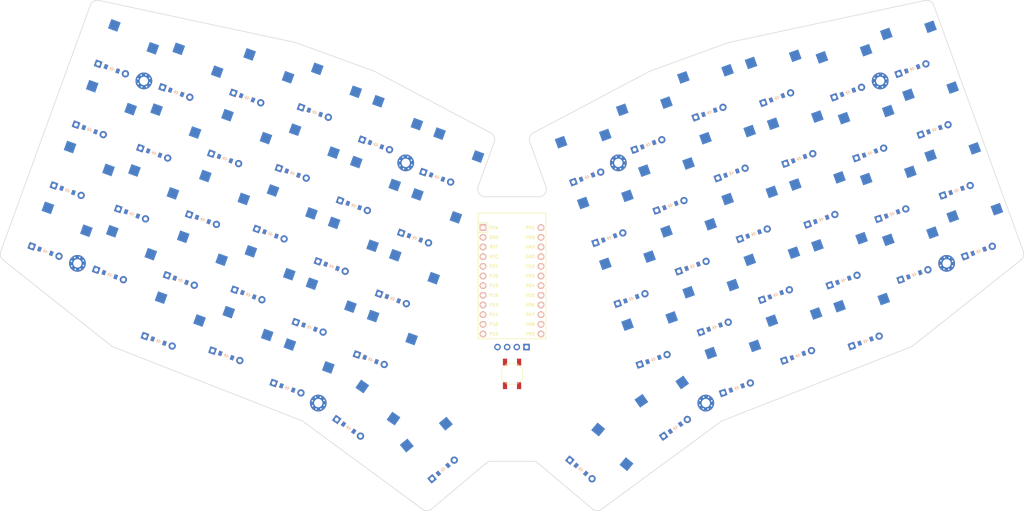
<source format=kicad_pcb>
(kicad_pcb (version 20171130) (host pcbnew 5.1.6)
  (title_block (title "tutorial") (rev "v1.0.0") (company "Unknown"))
  (layers (0 F.Cu signal) (31 B.Cu signal) (34 B.Paste user) (35 F.Paste user) (36 B.SilkS user) (37 F.SilkS user) (38 B.Mask user) (39 F.Mask user) (44 Edge.Cuts user))
  (net 0 "")
  (net 1 "P14")
  (net 2 "outer_bottom")
  (net 3 "outer_home")
  (net 4 "outer_top")
  (net 5 "outer_num")
  (net 6 "P16")
  (net 7 "pinky_bottom")
  (net 8 "pinky_home")
  (net 9 "pinky_top")
  (net 10 "pinky_num")
  (net 11 "ring_mod")
  (net 12 "P10")
  (net 13 "ring_bottom")
  (net 14 "ring_home")
  (net 15 "ring_top")
  (net 16 "ring_num")
  (net 17 "middle_mod")
  (net 18 "P7")
  (net 19 "middle_bottom")
  (net 20 "middle_home")
  (net 21 "middle_top")
  (net 22 "middle_num")
  (net 23 "index_mod")
  (net 24 "P8")
  (net 25 "index_bottom")
  (net 26 "index_home")
  (net 27 "index_top")
  (net 28 "index_num")
  (net 29 "P9")
  (net 30 "inner_bottom")
  (net 31 "inner_home")
  (net 32 "inner_top")
  (net 33 "inner_num")
  (net 34 "layer_cluster")
  (net 35 "space_cluster")
  (net 36 "mirror_outer_bottom")
  (net 37 "mirror_outer_home")
  (net 38 "mirror_outer_top")
  (net 39 "mirror_outer_num")
  (net 40 "mirror_pinky_bottom")
  (net 41 "mirror_pinky_home")
  (net 42 "mirror_pinky_top")
  (net 43 "mirror_pinky_num")
  (net 44 "mirror_ring_mod")
  (net 45 "mirror_ring_bottom")
  (net 46 "mirror_ring_home")
  (net 47 "mirror_ring_top")
  (net 48 "mirror_ring_num")
  (net 49 "mirror_middle_mod")
  (net 50 "mirror_middle_bottom")
  (net 51 "mirror_middle_home")
  (net 52 "mirror_middle_top")
  (net 53 "mirror_middle_num")
  (net 54 "mirror_index_mod")
  (net 55 "mirror_index_bottom")
  (net 56 "mirror_index_home")
  (net 57 "mirror_index_top")
  (net 58 "mirror_index_num")
  (net 59 "mirror_inner_bottom")
  (net 60 "mirror_inner_home")
  (net 61 "mirror_inner_top")
  (net 62 "mirror_inner_num")
  (net 63 "mirror_layer_cluster")
  (net 64 "mirror_space_cluster")
  (net 65 "P18")
  (net 66 "P19")
  (net 67 "P20")
  (net 68 "P21")
  (net 69 "P15")
  (net 70 "P5")
  (net 71 "P4")
  (net 72 "P0")
  (net 73 "P1")
  (net 74 "P6")
  (net 75 "RAW")
  (net 76 "GND")
  (net 77 "RST")
  (net 78 "VCC")
  (net 79 "P2")
  (net 80 "P3")
  (module PG1350 (layer F.Cu) (at 65.5815902 112.1965019 -20)
    (fp_text reference "S1" hide)
    (fp_text value "" hide)
    (pad "" np_thru_hole circle (at 0 0) (size 3.429 3.429) (drill 3.429) (layers *.Cu *.Mask))
    (pad "" np_thru_hole circle (at 5.5 0) (size 1.7018 1.7018) (drill 1.7018) (layers *.Cu *.Mask))
    (pad "" np_thru_hole circle (at -5.5 0) (size 1.7018 1.7018) (drill 1.7018) (layers *.Cu *.Mask))
    (pad "" np_thru_hole circle (at 5 -3.75) (size 3 3) (drill 3) (layers *.Cu *.Mask))
    (pad "" np_thru_hole circle (at 0 -5.95) (size 3 3) (drill 3) (layers *.Cu *.Mask))
    (pad 1 smd rect (at -3.275 -5.95 -20) (size 2.6 2.6) (layers B.Cu B.Paste B.Mask) (net 1 "P14"))
    (pad 2 smd rect (at 8.275 -3.75 -20) (size 2.6 2.6) (layers B.Cu B.Paste B.Mask) (net 2 "outer_bottom"))
  )
  (module PG1350 (layer F.Cu) (at 71.3959326 96.2217273 -20)
    (fp_text reference "S2" hide)
    (fp_text value "" hide)
    (pad "" np_thru_hole circle (at 0 0) (size 3.429 3.429) (drill 3.429) (layers *.Cu *.Mask))
    (pad "" np_thru_hole circle (at 5.5 0) (size 1.7018 1.7018) (drill 1.7018) (layers *.Cu *.Mask))
    (pad "" np_thru_hole circle (at -5.5 0) (size 1.7018 1.7018) (drill 1.7018) (layers *.Cu *.Mask))
    (pad "" np_thru_hole circle (at 5 -3.75) (size 3 3) (drill 3) (layers *.Cu *.Mask))
    (pad "" np_thru_hole circle (at 0 -5.95) (size 3 3) (drill 3) (layers *.Cu *.Mask))
    (pad 1 smd rect (at -3.275 -5.95 -20) (size 2.6 2.6) (layers B.Cu B.Paste B.Mask) (net 1 "P14"))
    (pad 2 smd rect (at 8.275 -3.75 -20) (size 2.6 2.6) (layers B.Cu B.Paste B.Mask) (net 3 "outer_home"))
  )
  (module PG1350 (layer F.Cu) (at 77.2102751 80.2469528 -20)
    (fp_text reference "S3" hide)
    (fp_text value "" hide)
    (pad "" np_thru_hole circle (at 0 0) (size 3.429 3.429) (drill 3.429) (layers *.Cu *.Mask))
    (pad "" np_thru_hole circle (at 5.5 0) (size 1.7018 1.7018) (drill 1.7018) (layers *.Cu *.Mask))
    (pad "" np_thru_hole circle (at -5.5 0) (size 1.7018 1.7018) (drill 1.7018) (layers *.Cu *.Mask))
    (pad "" np_thru_hole circle (at 5 -3.75) (size 3 3) (drill 3) (layers *.Cu *.Mask))
    (pad "" np_thru_hole circle (at 0 -5.95) (size 3 3) (drill 3) (layers *.Cu *.Mask))
    (pad 1 smd rect (at -3.275 -5.95 -20) (size 2.6 2.6) (layers B.Cu B.Paste B.Mask) (net 1 "P14"))
    (pad 2 smd rect (at 8.275 -3.75 -20) (size 2.6 2.6) (layers B.Cu B.Paste B.Mask) (net 4 "outer_top"))
  )
  (module PG1350 (layer F.Cu) (at 83.0246175 64.2721782 -20)
    (fp_text reference "S4" hide)
    (fp_text value "" hide)
    (pad "" np_thru_hole circle (at 0 0) (size 3.429 3.429) (drill 3.429) (layers *.Cu *.Mask))
    (pad "" np_thru_hole circle (at 5.5 0) (size 1.7018 1.7018) (drill 1.7018) (layers *.Cu *.Mask))
    (pad "" np_thru_hole circle (at -5.5 0) (size 1.7018 1.7018) (drill 1.7018) (layers *.Cu *.Mask))
    (pad "" np_thru_hole circle (at 5 -3.75) (size 3 3) (drill 3) (layers *.Cu *.Mask))
    (pad "" np_thru_hole circle (at 0 -5.95) (size 3 3) (drill 3) (layers *.Cu *.Mask))
    (pad 1 smd rect (at -3.275 -5.95 -20) (size 2.6 2.6) (layers B.Cu B.Paste B.Mask) (net 1 "P14"))
    (pad 2 smd rect (at 8.275 -3.75 -20) (size 2.6 2.6) (layers B.Cu B.Paste B.Mask) (net 5 "outer_num"))
  )
  (module PG1350 (layer F.Cu) (at 82.4960574 118.3528644 -20)
    (fp_text reference "S5" hide)
    (fp_text value "" hide)
    (pad "" np_thru_hole circle (at 0 0) (size 3.429 3.429) (drill 3.429) (layers *.Cu *.Mask))
    (pad "" np_thru_hole circle (at 5.5 0) (size 1.7018 1.7018) (drill 1.7018) (layers *.Cu *.Mask))
    (pad "" np_thru_hole circle (at -5.5 0) (size 1.7018 1.7018) (drill 1.7018) (layers *.Cu *.Mask))
    (pad "" np_thru_hole circle (at 5 -3.75) (size 3 3) (drill 3) (layers *.Cu *.Mask))
    (pad "" np_thru_hole circle (at 0 -5.95) (size 3 3) (drill 3) (layers *.Cu *.Mask))
    (pad 1 smd rect (at -3.275 -5.95 -20) (size 2.6 2.6) (layers B.Cu B.Paste B.Mask) (net 6 "P16"))
    (pad 2 smd rect (at 8.275 -3.75 -20) (size 2.6 2.6) (layers B.Cu B.Paste B.Mask) (net 7 "pinky_bottom"))
  )
  (module PG1350 (layer F.Cu) (at 88.3103998 102.3780899 -20)
    (fp_text reference "S6" hide)
    (fp_text value "" hide)
    (pad "" np_thru_hole circle (at 0 0) (size 3.429 3.429) (drill 3.429) (layers *.Cu *.Mask))
    (pad "" np_thru_hole circle (at 5.5 0) (size 1.7018 1.7018) (drill 1.7018) (layers *.Cu *.Mask))
    (pad "" np_thru_hole circle (at -5.5 0) (size 1.7018 1.7018) (drill 1.7018) (layers *.Cu *.Mask))
    (pad "" np_thru_hole circle (at 5 -3.75) (size 3 3) (drill 3) (layers *.Cu *.Mask))
    (pad "" np_thru_hole circle (at 0 -5.95) (size 3 3) (drill 3) (layers *.Cu *.Mask))
    (pad 1 smd rect (at -3.275 -5.95 -20) (size 2.6 2.6) (layers B.Cu B.Paste B.Mask) (net 6 "P16"))
    (pad 2 smd rect (at 8.275 -3.75 -20) (size 2.6 2.6) (layers B.Cu B.Paste B.Mask) (net 8 "pinky_home"))
  )
  (module PG1350 (layer F.Cu) (at 94.1247422 86.4033153 -20)
    (fp_text reference "S7" hide)
    (fp_text value "" hide)
    (pad "" np_thru_hole circle (at 0 0) (size 3.429 3.429) (drill 3.429) (layers *.Cu *.Mask))
    (pad "" np_thru_hole circle (at 5.5 0) (size 1.7018 1.7018) (drill 1.7018) (layers *.Cu *.Mask))
    (pad "" np_thru_hole circle (at -5.5 0) (size 1.7018 1.7018) (drill 1.7018) (layers *.Cu *.Mask))
    (pad "" np_thru_hole circle (at 5 -3.75) (size 3 3) (drill 3) (layers *.Cu *.Mask))
    (pad "" np_thru_hole circle (at 0 -5.95) (size 3 3) (drill 3) (layers *.Cu *.Mask))
    (pad 1 smd rect (at -3.275 -5.95 -20) (size 2.6 2.6) (layers B.Cu B.Paste B.Mask) (net 6 "P16"))
    (pad 2 smd rect (at 8.275 -3.75 -20) (size 2.6 2.6) (layers B.Cu B.Paste B.Mask) (net 9 "pinky_top"))
  )
  (module PG1350 (layer F.Cu) (at 99.9390847 70.4285408 -20)
    (fp_text reference "S8" hide)
    (fp_text value "" hide)
    (pad "" np_thru_hole circle (at 0 0) (size 3.429 3.429) (drill 3.429) (layers *.Cu *.Mask))
    (pad "" np_thru_hole circle (at 5.5 0) (size 1.7018 1.7018) (drill 1.7018) (layers *.Cu *.Mask))
    (pad "" np_thru_hole circle (at -5.5 0) (size 1.7018 1.7018) (drill 1.7018) (layers *.Cu *.Mask))
    (pad "" np_thru_hole circle (at 5 -3.75) (size 3 3) (drill 3) (layers *.Cu *.Mask))
    (pad "" np_thru_hole circle (at 0 -5.95) (size 3 3) (drill 3) (layers *.Cu *.Mask))
    (pad 1 smd rect (at -3.275 -5.95 -20) (size 2.6 2.6) (layers B.Cu B.Paste B.Mask) (net 6 "P16"))
    (pad 2 smd rect (at 8.275 -3.75 -20) (size 2.6 2.6) (layers B.Cu B.Paste B.Mask) (net 10 "pinky_num"))
  )
  (module PG1350 (layer F.Cu) (at 95.3062828 135.7855385 -20)
    (fp_text reference "S9" hide)
    (fp_text value "" hide)
    (pad "" np_thru_hole circle (at 0 0) (size 3.429 3.429) (drill 3.429) (layers *.Cu *.Mask))
    (pad "" np_thru_hole circle (at 5.5 0) (size 1.7018 1.7018) (drill 1.7018) (layers *.Cu *.Mask))
    (pad "" np_thru_hole circle (at -5.5 0) (size 1.7018 1.7018) (drill 1.7018) (layers *.Cu *.Mask))
    (pad "" np_thru_hole circle (at 5 -3.75) (size 3 3) (drill 3) (layers *.Cu *.Mask))
    (pad "" np_thru_hole circle (at 0 -5.95) (size 3 3) (drill 3) (layers *.Cu *.Mask))
    (pad 1 smd rect (at -3.275 -5.95 -20) (size 2.6 2.6) (layers B.Cu B.Paste B.Mask) (net 6 "P16"))
    (pad 2 smd rect (at 8.275 -3.75 -20) (size 2.6 2.6) (layers B.Cu B.Paste B.Mask) (net 11 "ring_mod"))
  )
  (module PG1350 (layer F.Cu) (at 101.1206252 119.8107639 -20)
    (fp_text reference "S10" hide)
    (fp_text value "" hide)
    (pad "" np_thru_hole circle (at 0 0) (size 3.429 3.429) (drill 3.429) (layers *.Cu *.Mask))
    (pad "" np_thru_hole circle (at 5.5 0) (size 1.7018 1.7018) (drill 1.7018) (layers *.Cu *.Mask))
    (pad "" np_thru_hole circle (at -5.5 0) (size 1.7018 1.7018) (drill 1.7018) (layers *.Cu *.Mask))
    (pad "" np_thru_hole circle (at 5 -3.75) (size 3 3) (drill 3) (layers *.Cu *.Mask))
    (pad "" np_thru_hole circle (at 0 -5.95) (size 3 3) (drill 3) (layers *.Cu *.Mask))
    (pad 1 smd rect (at -3.275 -5.95 -20) (size 2.6 2.6) (layers B.Cu B.Paste B.Mask) (net 12 "P10"))
    (pad 2 smd rect (at 8.275 -3.75 -20) (size 2.6 2.6) (layers B.Cu B.Paste B.Mask) (net 13 "ring_bottom"))
  )
  (module PG1350 (layer F.Cu) (at 106.9349677 103.8359894 -20)
    (fp_text reference "S11" hide)
    (fp_text value "" hide)
    (pad "" np_thru_hole circle (at 0 0) (size 3.429 3.429) (drill 3.429) (layers *.Cu *.Mask))
    (pad "" np_thru_hole circle (at 5.5 0) (size 1.7018 1.7018) (drill 1.7018) (layers *.Cu *.Mask))
    (pad "" np_thru_hole circle (at -5.5 0) (size 1.7018 1.7018) (drill 1.7018) (layers *.Cu *.Mask))
    (pad "" np_thru_hole circle (at 5 -3.75) (size 3 3) (drill 3) (layers *.Cu *.Mask))
    (pad "" np_thru_hole circle (at 0 -5.95) (size 3 3) (drill 3) (layers *.Cu *.Mask))
    (pad 1 smd rect (at -3.275 -5.95 -20) (size 2.6 2.6) (layers B.Cu B.Paste B.Mask) (net 12 "P10"))
    (pad 2 smd rect (at 8.275 -3.75 -20) (size 2.6 2.6) (layers B.Cu B.Paste B.Mask) (net 14 "ring_home"))
  )
  (module PG1350 (layer F.Cu) (at 112.7493101 87.8612148 -20)
    (fp_text reference "S12" hide)
    (fp_text value "" hide)
    (pad "" np_thru_hole circle (at 0 0) (size 3.429 3.429) (drill 3.429) (layers *.Cu *.Mask))
    (pad "" np_thru_hole circle (at 5.5 0) (size 1.7018 1.7018) (drill 1.7018) (layers *.Cu *.Mask))
    (pad "" np_thru_hole circle (at -5.5 0) (size 1.7018 1.7018) (drill 1.7018) (layers *.Cu *.Mask))
    (pad "" np_thru_hole circle (at 5 -3.75) (size 3 3) (drill 3) (layers *.Cu *.Mask))
    (pad "" np_thru_hole circle (at 0 -5.95) (size 3 3) (drill 3) (layers *.Cu *.Mask))
    (pad 1 smd rect (at -3.275 -5.95 -20) (size 2.6 2.6) (layers B.Cu B.Paste B.Mask) (net 12 "P10"))
    (pad 2 smd rect (at 8.275 -3.75 -20) (size 2.6 2.6) (layers B.Cu B.Paste B.Mask) (net 15 "ring_top"))
  )
  (module PG1350 (layer F.Cu) (at 118.5636526 71.8864403 -20)
    (fp_text reference "S13" hide)
    (fp_text value "" hide)
    (pad "" np_thru_hole circle (at 0 0) (size 3.429 3.429) (drill 3.429) (layers *.Cu *.Mask))
    (pad "" np_thru_hole circle (at 5.5 0) (size 1.7018 1.7018) (drill 1.7018) (layers *.Cu *.Mask))
    (pad "" np_thru_hole circle (at -5.5 0) (size 1.7018 1.7018) (drill 1.7018) (layers *.Cu *.Mask))
    (pad "" np_thru_hole circle (at 5 -3.75) (size 3 3) (drill 3) (layers *.Cu *.Mask))
    (pad "" np_thru_hole circle (at 0 -5.95) (size 3 3) (drill 3) (layers *.Cu *.Mask))
    (pad 1 smd rect (at -3.275 -5.95 -20) (size 2.6 2.6) (layers B.Cu B.Paste B.Mask) (net 12 "P10"))
    (pad 2 smd rect (at 8.275 -3.75 -20) (size 2.6 2.6) (layers B.Cu B.Paste B.Mask) (net 16 "ring_num"))
  )
  (module PG1350 (layer F.Cu) (at 113.0758003 139.5926695 -20)
    (fp_text reference "S14" hide)
    (fp_text value "" hide)
    (pad "" np_thru_hole circle (at 0 0) (size 3.429 3.429) (drill 3.429) (layers *.Cu *.Mask))
    (pad "" np_thru_hole circle (at 5.5 0) (size 1.7018 1.7018) (drill 1.7018) (layers *.Cu *.Mask))
    (pad "" np_thru_hole circle (at -5.5 0) (size 1.7018 1.7018) (drill 1.7018) (layers *.Cu *.Mask))
    (pad "" np_thru_hole circle (at 5 -3.75) (size 3 3) (drill 3) (layers *.Cu *.Mask))
    (pad "" np_thru_hole circle (at 0 -5.95) (size 3 3) (drill 3) (layers *.Cu *.Mask))
    (pad 1 smd rect (at -3.275 -5.95 -20) (size 2.6 2.6) (layers B.Cu B.Paste B.Mask) (net 12 "P10"))
    (pad 2 smd rect (at 8.275 -3.75 -20) (size 2.6 2.6) (layers B.Cu B.Paste B.Mask) (net 17 "middle_mod"))
  )
  (module PG1350 (layer F.Cu) (at 118.8901428 123.6178949 -20)
    (fp_text reference "S15" hide)
    (fp_text value "" hide)
    (pad "" np_thru_hole circle (at 0 0) (size 3.429 3.429) (drill 3.429) (layers *.Cu *.Mask))
    (pad "" np_thru_hole circle (at 5.5 0) (size 1.7018 1.7018) (drill 1.7018) (layers *.Cu *.Mask))
    (pad "" np_thru_hole circle (at -5.5 0) (size 1.7018 1.7018) (drill 1.7018) (layers *.Cu *.Mask))
    (pad "" np_thru_hole circle (at 5 -3.75) (size 3 3) (drill 3) (layers *.Cu *.Mask))
    (pad "" np_thru_hole circle (at 0 -5.95) (size 3 3) (drill 3) (layers *.Cu *.Mask))
    (pad 1 smd rect (at -3.275 -5.95 -20) (size 2.6 2.6) (layers B.Cu B.Paste B.Mask) (net 18 "P7"))
    (pad 2 smd rect (at 8.275 -3.75 -20) (size 2.6 2.6) (layers B.Cu B.Paste B.Mask) (net 19 "middle_bottom"))
  )
  (module PG1350 (layer F.Cu) (at 124.7044852 107.6431204 -20)
    (fp_text reference "S16" hide)
    (fp_text value "" hide)
    (pad "" np_thru_hole circle (at 0 0) (size 3.429 3.429) (drill 3.429) (layers *.Cu *.Mask))
    (pad "" np_thru_hole circle (at 5.5 0) (size 1.7018 1.7018) (drill 1.7018) (layers *.Cu *.Mask))
    (pad "" np_thru_hole circle (at -5.5 0) (size 1.7018 1.7018) (drill 1.7018) (layers *.Cu *.Mask))
    (pad "" np_thru_hole circle (at 5 -3.75) (size 3 3) (drill 3) (layers *.Cu *.Mask))
    (pad "" np_thru_hole circle (at 0 -5.95) (size 3 3) (drill 3) (layers *.Cu *.Mask))
    (pad 1 smd rect (at -3.275 -5.95 -20) (size 2.6 2.6) (layers B.Cu B.Paste B.Mask) (net 18 "P7"))
    (pad 2 smd rect (at 8.275 -3.75 -20) (size 2.6 2.6) (layers B.Cu B.Paste B.Mask) (net 20 "middle_home"))
  )
  (module PG1350 (layer F.Cu) (at 130.5188277 91.6683458 -20)
    (fp_text reference "S17" hide)
    (fp_text value "" hide)
    (pad "" np_thru_hole circle (at 0 0) (size 3.429 3.429) (drill 3.429) (layers *.Cu *.Mask))
    (pad "" np_thru_hole circle (at 5.5 0) (size 1.7018 1.7018) (drill 1.7018) (layers *.Cu *.Mask))
    (pad "" np_thru_hole circle (at -5.5 0) (size 1.7018 1.7018) (drill 1.7018) (layers *.Cu *.Mask))
    (pad "" np_thru_hole circle (at 5 -3.75) (size 3 3) (drill 3) (layers *.Cu *.Mask))
    (pad "" np_thru_hole circle (at 0 -5.95) (size 3 3) (drill 3) (layers *.Cu *.Mask))
    (pad 1 smd rect (at -3.275 -5.95 -20) (size 2.6 2.6) (layers B.Cu B.Paste B.Mask) (net 18 "P7"))
    (pad 2 smd rect (at 8.275 -3.75 -20) (size 2.6 2.6) (layers B.Cu B.Paste B.Mask) (net 21 "middle_top"))
  )
  (module PG1350 (layer F.Cu) (at 136.3331701 75.6935713 -20)
    (fp_text reference "S18" hide)
    (fp_text value "" hide)
    (pad "" np_thru_hole circle (at 0 0) (size 3.429 3.429) (drill 3.429) (layers *.Cu *.Mask))
    (pad "" np_thru_hole circle (at 5.5 0) (size 1.7018 1.7018) (drill 1.7018) (layers *.Cu *.Mask))
    (pad "" np_thru_hole circle (at -5.5 0) (size 1.7018 1.7018) (drill 1.7018) (layers *.Cu *.Mask))
    (pad "" np_thru_hole circle (at 5 -3.75) (size 3 3) (drill 3) (layers *.Cu *.Mask))
    (pad "" np_thru_hole circle (at 0 -5.95) (size 3 3) (drill 3) (layers *.Cu *.Mask))
    (pad 1 smd rect (at -3.275 -5.95 -20) (size 2.6 2.6) (layers B.Cu B.Paste B.Mask) (net 18 "P7"))
    (pad 2 smd rect (at 8.275 -3.75 -20) (size 2.6 2.6) (layers B.Cu B.Paste B.Mask) (net 22 "middle_num"))
  )
  (module PG1350 (layer F.Cu) (at 129.1352172 148.0982636 -20)
    (fp_text reference "S19" hide)
    (fp_text value "" hide)
    (pad "" np_thru_hole circle (at 0 0) (size 3.429 3.429) (drill 3.429) (layers *.Cu *.Mask))
    (pad "" np_thru_hole circle (at 5.5 0) (size 1.7018 1.7018) (drill 1.7018) (layers *.Cu *.Mask))
    (pad "" np_thru_hole circle (at -5.5 0) (size 1.7018 1.7018) (drill 1.7018) (layers *.Cu *.Mask))
    (pad "" np_thru_hole circle (at 5 -3.75) (size 3 3) (drill 3) (layers *.Cu *.Mask))
    (pad "" np_thru_hole circle (at 0 -5.95) (size 3 3) (drill 3) (layers *.Cu *.Mask))
    (pad 1 smd rect (at -3.275 -5.95 -20) (size 2.6 2.6) (layers B.Cu B.Paste B.Mask) (net 18 "P7"))
    (pad 2 smd rect (at 8.275 -3.75 -20) (size 2.6 2.6) (layers B.Cu B.Paste B.Mask) (net 23 "index_mod"))
  )
  (module PG1350 (layer F.Cu) (at 134.9495596 132.1234891 -20)
    (fp_text reference "S20" hide)
    (fp_text value "" hide)
    (pad "" np_thru_hole circle (at 0 0) (size 3.429 3.429) (drill 3.429) (layers *.Cu *.Mask))
    (pad "" np_thru_hole circle (at 5.5 0) (size 1.7018 1.7018) (drill 1.7018) (layers *.Cu *.Mask))
    (pad "" np_thru_hole circle (at -5.5 0) (size 1.7018 1.7018) (drill 1.7018) (layers *.Cu *.Mask))
    (pad "" np_thru_hole circle (at 5 -3.75) (size 3 3) (drill 3) (layers *.Cu *.Mask))
    (pad "" np_thru_hole circle (at 0 -5.95) (size 3 3) (drill 3) (layers *.Cu *.Mask))
    (pad 1 smd rect (at -3.275 -5.95 -20) (size 2.6 2.6) (layers B.Cu B.Paste B.Mask) (net 24 "P8"))
    (pad 2 smd rect (at 8.275 -3.75 -20) (size 2.6 2.6) (layers B.Cu B.Paste B.Mask) (net 25 "index_bottom"))
  )
  (module PG1350 (layer F.Cu) (at 140.763902 116.1487145 -20)
    (fp_text reference "S21" hide)
    (fp_text value "" hide)
    (pad "" np_thru_hole circle (at 0 0) (size 3.429 3.429) (drill 3.429) (layers *.Cu *.Mask))
    (pad "" np_thru_hole circle (at 5.5 0) (size 1.7018 1.7018) (drill 1.7018) (layers *.Cu *.Mask))
    (pad "" np_thru_hole circle (at -5.5 0) (size 1.7018 1.7018) (drill 1.7018) (layers *.Cu *.Mask))
    (pad "" np_thru_hole circle (at 5 -3.75) (size 3 3) (drill 3) (layers *.Cu *.Mask))
    (pad "" np_thru_hole circle (at 0 -5.95) (size 3 3) (drill 3) (layers *.Cu *.Mask))
    (pad 1 smd rect (at -3.275 -5.95 -20) (size 2.6 2.6) (layers B.Cu B.Paste B.Mask) (net 24 "P8"))
    (pad 2 smd rect (at 8.275 -3.75 -20) (size 2.6 2.6) (layers B.Cu B.Paste B.Mask) (net 26 "index_home"))
  )
  (module PG1350 (layer F.Cu) (at 146.5782445 100.17394 -20)
    (fp_text reference "S22" hide)
    (fp_text value "" hide)
    (pad "" np_thru_hole circle (at 0 0) (size 3.429 3.429) (drill 3.429) (layers *.Cu *.Mask))
    (pad "" np_thru_hole circle (at 5.5 0) (size 1.7018 1.7018) (drill 1.7018) (layers *.Cu *.Mask))
    (pad "" np_thru_hole circle (at -5.5 0) (size 1.7018 1.7018) (drill 1.7018) (layers *.Cu *.Mask))
    (pad "" np_thru_hole circle (at 5 -3.75) (size 3 3) (drill 3) (layers *.Cu *.Mask))
    (pad "" np_thru_hole circle (at 0 -5.95) (size 3 3) (drill 3) (layers *.Cu *.Mask))
    (pad 1 smd rect (at -3.275 -5.95 -20) (size 2.6 2.6) (layers B.Cu B.Paste B.Mask) (net 24 "P8"))
    (pad 2 smd rect (at 8.275 -3.75 -20) (size 2.6 2.6) (layers B.Cu B.Paste B.Mask) (net 27 "index_top"))
  )
  (module PG1350 (layer F.Cu) (at 152.3925869 84.1991654 -20)
    (fp_text reference "S23" hide)
    (fp_text value "" hide)
    (pad "" np_thru_hole circle (at 0 0) (size 3.429 3.429) (drill 3.429) (layers *.Cu *.Mask))
    (pad "" np_thru_hole circle (at 5.5 0) (size 1.7018 1.7018) (drill 1.7018) (layers *.Cu *.Mask))
    (pad "" np_thru_hole circle (at -5.5 0) (size 1.7018 1.7018) (drill 1.7018) (layers *.Cu *.Mask))
    (pad "" np_thru_hole circle (at 5 -3.75) (size 3 3) (drill 3) (layers *.Cu *.Mask))
    (pad "" np_thru_hole circle (at 0 -5.95) (size 3 3) (drill 3) (layers *.Cu *.Mask))
    (pad 1 smd rect (at -3.275 -5.95 -20) (size 2.6 2.6) (layers B.Cu B.Paste B.Mask) (net 24 "P8"))
    (pad 2 smd rect (at 8.275 -3.75 -20) (size 2.6 2.6) (layers B.Cu B.Paste B.Mask) (net 28 "index_num"))
  )
  (module PG1350 (layer F.Cu) (at 151.0089764 140.6290832 -20)
    (fp_text reference "S24" hide)
    (fp_text value "" hide)
    (pad "" np_thru_hole circle (at 0 0) (size 3.429 3.429) (drill 3.429) (layers *.Cu *.Mask))
    (pad "" np_thru_hole circle (at 5.5 0) (size 1.7018 1.7018) (drill 1.7018) (layers *.Cu *.Mask))
    (pad "" np_thru_hole circle (at -5.5 0) (size 1.7018 1.7018) (drill 1.7018) (layers *.Cu *.Mask))
    (pad "" np_thru_hole circle (at 5 -3.75) (size 3 3) (drill 3) (layers *.Cu *.Mask))
    (pad "" np_thru_hole circle (at 0 -5.95) (size 3 3) (drill 3) (layers *.Cu *.Mask))
    (pad 1 smd rect (at -3.275 -5.95 -20) (size 2.6 2.6) (layers B.Cu B.Paste B.Mask) (net 29 "P9"))
    (pad 2 smd rect (at 8.275 -3.75 -20) (size 2.6 2.6) (layers B.Cu B.Paste B.Mask) (net 30 "inner_bottom"))
  )
  (module PG1350 (layer F.Cu) (at 156.8233188 124.6543087 -20)
    (fp_text reference "S25" hide)
    (fp_text value "" hide)
    (pad "" np_thru_hole circle (at 0 0) (size 3.429 3.429) (drill 3.429) (layers *.Cu *.Mask))
    (pad "" np_thru_hole circle (at 5.5 0) (size 1.7018 1.7018) (drill 1.7018) (layers *.Cu *.Mask))
    (pad "" np_thru_hole circle (at -5.5 0) (size 1.7018 1.7018) (drill 1.7018) (layers *.Cu *.Mask))
    (pad "" np_thru_hole circle (at 5 -3.75) (size 3 3) (drill 3) (layers *.Cu *.Mask))
    (pad "" np_thru_hole circle (at 0 -5.95) (size 3 3) (drill 3) (layers *.Cu *.Mask))
    (pad 1 smd rect (at -3.275 -5.95 -20) (size 2.6 2.6) (layers B.Cu B.Paste B.Mask) (net 29 "P9"))
    (pad 2 smd rect (at 8.275 -3.75 -20) (size 2.6 2.6) (layers B.Cu B.Paste B.Mask) (net 31 "inner_home"))
  )
  (module PG1350 (layer F.Cu) (at 162.6376613 108.6795341 -20)
    (fp_text reference "S26" hide)
    (fp_text value "" hide)
    (pad "" np_thru_hole circle (at 0 0) (size 3.429 3.429) (drill 3.429) (layers *.Cu *.Mask))
    (pad "" np_thru_hole circle (at 5.5 0) (size 1.7018 1.7018) (drill 1.7018) (layers *.Cu *.Mask))
    (pad "" np_thru_hole circle (at -5.5 0) (size 1.7018 1.7018) (drill 1.7018) (layers *.Cu *.Mask))
    (pad "" np_thru_hole circle (at 5 -3.75) (size 3 3) (drill 3) (layers *.Cu *.Mask))
    (pad "" np_thru_hole circle (at 0 -5.95) (size 3 3) (drill 3) (layers *.Cu *.Mask))
    (pad 1 smd rect (at -3.275 -5.95 -20) (size 2.6 2.6) (layers B.Cu B.Paste B.Mask) (net 29 "P9"))
    (pad 2 smd rect (at 8.275 -3.75 -20) (size 2.6 2.6) (layers B.Cu B.Paste B.Mask) (net 32 "inner_top"))
  )
  (module PG1350 (layer F.Cu) (at 168.4520037 92.7047595 -20)
    (fp_text reference "S27" hide)
    (fp_text value "" hide)
    (pad "" np_thru_hole circle (at 0 0) (size 3.429 3.429) (drill 3.429) (layers *.Cu *.Mask))
    (pad "" np_thru_hole circle (at 5.5 0) (size 1.7018 1.7018) (drill 1.7018) (layers *.Cu *.Mask))
    (pad "" np_thru_hole circle (at -5.5 0) (size 1.7018 1.7018) (drill 1.7018) (layers *.Cu *.Mask))
    (pad "" np_thru_hole circle (at 5 -3.75) (size 3 3) (drill 3) (layers *.Cu *.Mask))
    (pad "" np_thru_hole circle (at 0 -5.95) (size 3 3) (drill 3) (layers *.Cu *.Mask))
    (pad 1 smd rect (at -3.275 -5.95 -20) (size 2.6 2.6) (layers B.Cu B.Paste B.Mask) (net 29 "P9"))
    (pad 2 smd rect (at 8.275 -3.75 -20) (size 2.6 2.6) (layers B.Cu B.Paste B.Mask) (net 33 "inner_num"))
  )
  (module PG1350 (layer F.Cu) (at 146.3899789 159.1672833 -35)
    (fp_text reference "S28" hide)
    (fp_text value "" hide)
    (pad "" np_thru_hole circle (at 0 0) (size 3.429 3.429) (drill 3.429) (layers *.Cu *.Mask))
    (pad "" np_thru_hole circle (at 5.5 0) (size 1.7018 1.7018) (drill 1.7018) (layers *.Cu *.Mask))
    (pad "" np_thru_hole circle (at -5.5 0) (size 1.7018 1.7018) (drill 1.7018) (layers *.Cu *.Mask))
    (pad "" np_thru_hole circle (at 5 -3.75) (size 3 3) (drill 3) (layers *.Cu *.Mask))
    (pad "" np_thru_hole circle (at 0 -5.95) (size 3 3) (drill 3) (layers *.Cu *.Mask))
    (pad 1 smd rect (at -3.275 -5.95 -35) (size 2.6 2.6) (layers B.Cu B.Paste B.Mask) (net 24 "P8"))
    (pad 2 smd rect (at 8.275 -3.75 -35) (size 2.6 2.6) (layers B.Cu B.Paste B.Mask) (net 34 "layer_cluster"))
  )
  (module PG1350 (layer F.Cu) (at 165.1388866 170.3743346 40)
    (fp_text reference "S29" hide)
    (fp_text value "" hide)
    (pad "" np_thru_hole circle (at 0 0) (size 3.429 3.429) (drill 3.429) (layers *.Cu *.Mask))
    (pad "" np_thru_hole circle (at 5.5 0) (size 1.7018 1.7018) (drill 1.7018) (layers *.Cu *.Mask))
    (pad "" np_thru_hole circle (at -5.5 0) (size 1.7018 1.7018) (drill 1.7018) (layers *.Cu *.Mask))
    (pad "" np_thru_hole circle (at 5 -3.75) (size 3 3) (drill 3) (layers *.Cu *.Mask))
    (pad "" np_thru_hole circle (at 0 -5.95) (size 3 3) (drill 3) (layers *.Cu *.Mask))
    (pad 1 smd rect (at -3.275 -5.95 40) (size 2.6 2.6) (layers B.Cu B.Paste B.Mask) (net 29 "P9"))
    (pad 2 smd rect (at 8.275 -3.75 40) (size 2.6 2.6) (layers B.Cu B.Paste B.Mask) (net 35 "space_cluster"))
  )
  (module PG1350 (layer F.Cu) (at 307.3224172 112.1965019 20)
    (fp_text reference "S30" hide)
    (fp_text value "" hide)
    (pad "" np_thru_hole circle (at 0 0) (size 3.429 3.429) (drill 3.429) (layers *.Cu *.Mask))
    (pad "" np_thru_hole circle (at 5.5 0) (size 1.7018 1.7018) (drill 1.7018) (layers *.Cu *.Mask))
    (pad "" np_thru_hole circle (at -5.5 0) (size 1.7018 1.7018) (drill 1.7018) (layers *.Cu *.Mask))
    (pad "" np_thru_hole circle (at 5 -3.75) (size 3 3) (drill 3) (layers *.Cu *.Mask))
    (pad "" np_thru_hole circle (at 0 -5.95) (size 3 3) (drill 3) (layers *.Cu *.Mask))
    (pad 1 smd rect (at -3.275 -5.95 20) (size 2.6 2.6) (layers B.Cu B.Paste B.Mask) (net 1 "P14"))
    (pad 2 smd rect (at 8.275 -3.75 20) (size 2.6 2.6) (layers B.Cu B.Paste B.Mask) (net 36 "mirror_outer_bottom"))
  )
  (module PG1350 (layer F.Cu) (at 301.50807480000003 96.2217273 20)
    (fp_text reference "S31" hide)
    (fp_text value "" hide)
    (pad "" np_thru_hole circle (at 0 0) (size 3.429 3.429) (drill 3.429) (layers *.Cu *.Mask))
    (pad "" np_thru_hole circle (at 5.5 0) (size 1.7018 1.7018) (drill 1.7018) (layers *.Cu *.Mask))
    (pad "" np_thru_hole circle (at -5.5 0) (size 1.7018 1.7018) (drill 1.7018) (layers *.Cu *.Mask))
    (pad "" np_thru_hole circle (at 5 -3.75) (size 3 3) (drill 3) (layers *.Cu *.Mask))
    (pad "" np_thru_hole circle (at 0 -5.95) (size 3 3) (drill 3) (layers *.Cu *.Mask))
    (pad 1 smd rect (at -3.275 -5.95 20) (size 2.6 2.6) (layers B.Cu B.Paste B.Mask) (net 1 "P14"))
    (pad 2 smd rect (at 8.275 -3.75 20) (size 2.6 2.6) (layers B.Cu B.Paste B.Mask) (net 37 "mirror_outer_home"))
  )
  (module PG1350 (layer F.Cu) (at 295.6937323 80.2469528 20)
    (fp_text reference "S32" hide)
    (fp_text value "" hide)
    (pad "" np_thru_hole circle (at 0 0) (size 3.429 3.429) (drill 3.429) (layers *.Cu *.Mask))
    (pad "" np_thru_hole circle (at 5.5 0) (size 1.7018 1.7018) (drill 1.7018) (layers *.Cu *.Mask))
    (pad "" np_thru_hole circle (at -5.5 0) (size 1.7018 1.7018) (drill 1.7018) (layers *.Cu *.Mask))
    (pad "" np_thru_hole circle (at 5 -3.75) (size 3 3) (drill 3) (layers *.Cu *.Mask))
    (pad "" np_thru_hole circle (at 0 -5.95) (size 3 3) (drill 3) (layers *.Cu *.Mask))
    (pad 1 smd rect (at -3.275 -5.95 20) (size 2.6 2.6) (layers B.Cu B.Paste B.Mask) (net 1 "P14"))
    (pad 2 smd rect (at 8.275 -3.75 20) (size 2.6 2.6) (layers B.Cu B.Paste B.Mask) (net 38 "mirror_outer_top"))
  )
  (module PG1350 (layer F.Cu) (at 289.8793899 64.2721782 20)
    (fp_text reference "S33" hide)
    (fp_text value "" hide)
    (pad "" np_thru_hole circle (at 0 0) (size 3.429 3.429) (drill 3.429) (layers *.Cu *.Mask))
    (pad "" np_thru_hole circle (at 5.5 0) (size 1.7018 1.7018) (drill 1.7018) (layers *.Cu *.Mask))
    (pad "" np_thru_hole circle (at -5.5 0) (size 1.7018 1.7018) (drill 1.7018) (layers *.Cu *.Mask))
    (pad "" np_thru_hole circle (at 5 -3.75) (size 3 3) (drill 3) (layers *.Cu *.Mask))
    (pad "" np_thru_hole circle (at 0 -5.95) (size 3 3) (drill 3) (layers *.Cu *.Mask))
    (pad 1 smd rect (at -3.275 -5.95 20) (size 2.6 2.6) (layers B.Cu B.Paste B.Mask) (net 1 "P14"))
    (pad 2 smd rect (at 8.275 -3.75 20) (size 2.6 2.6) (layers B.Cu B.Paste B.Mask) (net 39 "mirror_outer_num"))
  )
  (module PG1350 (layer F.Cu) (at 290.40795 118.3528644 20)
    (fp_text reference "S34" hide)
    (fp_text value "" hide)
    (pad "" np_thru_hole circle (at 0 0) (size 3.429 3.429) (drill 3.429) (layers *.Cu *.Mask))
    (pad "" np_thru_hole circle (at 5.5 0) (size 1.7018 1.7018) (drill 1.7018) (layers *.Cu *.Mask))
    (pad "" np_thru_hole circle (at -5.5 0) (size 1.7018 1.7018) (drill 1.7018) (layers *.Cu *.Mask))
    (pad "" np_thru_hole circle (at 5 -3.75) (size 3 3) (drill 3) (layers *.Cu *.Mask))
    (pad "" np_thru_hole circle (at 0 -5.95) (size 3 3) (drill 3) (layers *.Cu *.Mask))
    (pad 1 smd rect (at -3.275 -5.95 20) (size 2.6 2.6) (layers B.Cu B.Paste B.Mask) (net 6 "P16"))
    (pad 2 smd rect (at 8.275 -3.75 20) (size 2.6 2.6) (layers B.Cu B.Paste B.Mask) (net 40 "mirror_pinky_bottom"))
  )
  (module PG1350 (layer F.Cu) (at 284.59360760000004 102.3780899 20)
    (fp_text reference "S35" hide)
    (fp_text value "" hide)
    (pad "" np_thru_hole circle (at 0 0) (size 3.429 3.429) (drill 3.429) (layers *.Cu *.Mask))
    (pad "" np_thru_hole circle (at 5.5 0) (size 1.7018 1.7018) (drill 1.7018) (layers *.Cu *.Mask))
    (pad "" np_thru_hole circle (at -5.5 0) (size 1.7018 1.7018) (drill 1.7018) (layers *.Cu *.Mask))
    (pad "" np_thru_hole circle (at 5 -3.75) (size 3 3) (drill 3) (layers *.Cu *.Mask))
    (pad "" np_thru_hole circle (at 0 -5.95) (size 3 3) (drill 3) (layers *.Cu *.Mask))
    (pad 1 smd rect (at -3.275 -5.95 20) (size 2.6 2.6) (layers B.Cu B.Paste B.Mask) (net 6 "P16"))
    (pad 2 smd rect (at 8.275 -3.75 20) (size 2.6 2.6) (layers B.Cu B.Paste B.Mask) (net 41 "mirror_pinky_home"))
  )
  (module PG1350 (layer F.Cu) (at 278.7792652 86.4033153 20)
    (fp_text reference "S36" hide)
    (fp_text value "" hide)
    (pad "" np_thru_hole circle (at 0 0) (size 3.429 3.429) (drill 3.429) (layers *.Cu *.Mask))
    (pad "" np_thru_hole circle (at 5.5 0) (size 1.7018 1.7018) (drill 1.7018) (layers *.Cu *.Mask))
    (pad "" np_thru_hole circle (at -5.5 0) (size 1.7018 1.7018) (drill 1.7018) (layers *.Cu *.Mask))
    (pad "" np_thru_hole circle (at 5 -3.75) (size 3 3) (drill 3) (layers *.Cu *.Mask))
    (pad "" np_thru_hole circle (at 0 -5.95) (size 3 3) (drill 3) (layers *.Cu *.Mask))
    (pad 1 smd rect (at -3.275 -5.95 20) (size 2.6 2.6) (layers B.Cu B.Paste B.Mask) (net 6 "P16"))
    (pad 2 smd rect (at 8.275 -3.75 20) (size 2.6 2.6) (layers B.Cu B.Paste B.Mask) (net 42 "mirror_pinky_top"))
  )
  (module PG1350 (layer F.Cu) (at 272.9649227 70.4285408 20)
    (fp_text reference "S37" hide)
    (fp_text value "" hide)
    (pad "" np_thru_hole circle (at 0 0) (size 3.429 3.429) (drill 3.429) (layers *.Cu *.Mask))
    (pad "" np_thru_hole circle (at 5.5 0) (size 1.7018 1.7018) (drill 1.7018) (layers *.Cu *.Mask))
    (pad "" np_thru_hole circle (at -5.5 0) (size 1.7018 1.7018) (drill 1.7018) (layers *.Cu *.Mask))
    (pad "" np_thru_hole circle (at 5 -3.75) (size 3 3) (drill 3) (layers *.Cu *.Mask))
    (pad "" np_thru_hole circle (at 0 -5.95) (size 3 3) (drill 3) (layers *.Cu *.Mask))
    (pad 1 smd rect (at -3.275 -5.95 20) (size 2.6 2.6) (layers B.Cu B.Paste B.Mask) (net 6 "P16"))
    (pad 2 smd rect (at 8.275 -3.75 20) (size 2.6 2.6) (layers B.Cu B.Paste B.Mask) (net 43 "mirror_pinky_num"))
  )
  (module PG1350 (layer F.Cu) (at 277.5977246 135.7855385 20)
    (fp_text reference "S38" hide)
    (fp_text value "" hide)
    (pad "" np_thru_hole circle (at 0 0) (size 3.429 3.429) (drill 3.429) (layers *.Cu *.Mask))
    (pad "" np_thru_hole circle (at 5.5 0) (size 1.7018 1.7018) (drill 1.7018) (layers *.Cu *.Mask))
    (pad "" np_thru_hole circle (at -5.5 0) (size 1.7018 1.7018) (drill 1.7018) (layers *.Cu *.Mask))
    (pad "" np_thru_hole circle (at 5 -3.75) (size 3 3) (drill 3) (layers *.Cu *.Mask))
    (pad "" np_thru_hole circle (at 0 -5.95) (size 3 3) (drill 3) (layers *.Cu *.Mask))
    (pad 1 smd rect (at -3.275 -5.95 20) (size 2.6 2.6) (layers B.Cu B.Paste B.Mask) (net 6 "P16"))
    (pad 2 smd rect (at 8.275 -3.75 20) (size 2.6 2.6) (layers B.Cu B.Paste B.Mask) (net 44 "mirror_ring_mod"))
  )
  (module PG1350 (layer F.Cu) (at 271.7833822 119.8107639 20)
    (fp_text reference "S39" hide)
    (fp_text value "" hide)
    (pad "" np_thru_hole circle (at 0 0) (size 3.429 3.429) (drill 3.429) (layers *.Cu *.Mask))
    (pad "" np_thru_hole circle (at 5.5 0) (size 1.7018 1.7018) (drill 1.7018) (layers *.Cu *.Mask))
    (pad "" np_thru_hole circle (at -5.5 0) (size 1.7018 1.7018) (drill 1.7018) (layers *.Cu *.Mask))
    (pad "" np_thru_hole circle (at 5 -3.75) (size 3 3) (drill 3) (layers *.Cu *.Mask))
    (pad "" np_thru_hole circle (at 0 -5.95) (size 3 3) (drill 3) (layers *.Cu *.Mask))
    (pad 1 smd rect (at -3.275 -5.95 20) (size 2.6 2.6) (layers B.Cu B.Paste B.Mask) (net 12 "P10"))
    (pad 2 smd rect (at 8.275 -3.75 20) (size 2.6 2.6) (layers B.Cu B.Paste B.Mask) (net 45 "mirror_ring_bottom"))
  )
  (module PG1350 (layer F.Cu) (at 265.9690397 103.8359894 20)
    (fp_text reference "S40" hide)
    (fp_text value "" hide)
    (pad "" np_thru_hole circle (at 0 0) (size 3.429 3.429) (drill 3.429) (layers *.Cu *.Mask))
    (pad "" np_thru_hole circle (at 5.5 0) (size 1.7018 1.7018) (drill 1.7018) (layers *.Cu *.Mask))
    (pad "" np_thru_hole circle (at -5.5 0) (size 1.7018 1.7018) (drill 1.7018) (layers *.Cu *.Mask))
    (pad "" np_thru_hole circle (at 5 -3.75) (size 3 3) (drill 3) (layers *.Cu *.Mask))
    (pad "" np_thru_hole circle (at 0 -5.95) (size 3 3) (drill 3) (layers *.Cu *.Mask))
    (pad 1 smd rect (at -3.275 -5.95 20) (size 2.6 2.6) (layers B.Cu B.Paste B.Mask) (net 12 "P10"))
    (pad 2 smd rect (at 8.275 -3.75 20) (size 2.6 2.6) (layers B.Cu B.Paste B.Mask) (net 46 "mirror_ring_home"))
  )
  (module PG1350 (layer F.Cu) (at 260.1546973 87.8612148 20)
    (fp_text reference "S41" hide)
    (fp_text value "" hide)
    (pad "" np_thru_hole circle (at 0 0) (size 3.429 3.429) (drill 3.429) (layers *.Cu *.Mask))
    (pad "" np_thru_hole circle (at 5.5 0) (size 1.7018 1.7018) (drill 1.7018) (layers *.Cu *.Mask))
    (pad "" np_thru_hole circle (at -5.5 0) (size 1.7018 1.7018) (drill 1.7018) (layers *.Cu *.Mask))
    (pad "" np_thru_hole circle (at 5 -3.75) (size 3 3) (drill 3) (layers *.Cu *.Mask))
    (pad "" np_thru_hole circle (at 0 -5.95) (size 3 3) (drill 3) (layers *.Cu *.Mask))
    (pad 1 smd rect (at -3.275 -5.95 20) (size 2.6 2.6) (layers B.Cu B.Paste B.Mask) (net 12 "P10"))
    (pad 2 smd rect (at 8.275 -3.75 20) (size 2.6 2.6) (layers B.Cu B.Paste B.Mask) (net 47 "mirror_ring_top"))
  )
  (module PG1350 (layer F.Cu) (at 254.3403548 71.8864403 20)
    (fp_text reference "S42" hide)
    (fp_text value "" hide)
    (pad "" np_thru_hole circle (at 0 0) (size 3.429 3.429) (drill 3.429) (layers *.Cu *.Mask))
    (pad "" np_thru_hole circle (at 5.5 0) (size 1.7018 1.7018) (drill 1.7018) (layers *.Cu *.Mask))
    (pad "" np_thru_hole circle (at -5.5 0) (size 1.7018 1.7018) (drill 1.7018) (layers *.Cu *.Mask))
    (pad "" np_thru_hole circle (at 5 -3.75) (size 3 3) (drill 3) (layers *.Cu *.Mask))
    (pad "" np_thru_hole circle (at 0 -5.95) (size 3 3) (drill 3) (layers *.Cu *.Mask))
    (pad 1 smd rect (at -3.275 -5.95 20) (size 2.6 2.6) (layers B.Cu B.Paste B.Mask) (net 12 "P10"))
    (pad 2 smd rect (at 8.275 -3.75 20) (size 2.6 2.6) (layers B.Cu B.Paste B.Mask) (net 48 "mirror_ring_num"))
  )
  (module PG1350 (layer F.Cu) (at 259.8282071 139.5926695 20)
    (fp_text reference "S43" hide)
    (fp_text value "" hide)
    (pad "" np_thru_hole circle (at 0 0) (size 3.429 3.429) (drill 3.429) (layers *.Cu *.Mask))
    (pad "" np_thru_hole circle (at 5.5 0) (size 1.7018 1.7018) (drill 1.7018) (layers *.Cu *.Mask))
    (pad "" np_thru_hole circle (at -5.5 0) (size 1.7018 1.7018) (drill 1.7018) (layers *.Cu *.Mask))
    (pad "" np_thru_hole circle (at 5 -3.75) (size 3 3) (drill 3) (layers *.Cu *.Mask))
    (pad "" np_thru_hole circle (at 0 -5.95) (size 3 3) (drill 3) (layers *.Cu *.Mask))
    (pad 1 smd rect (at -3.275 -5.95 20) (size 2.6 2.6) (layers B.Cu B.Paste B.Mask) (net 12 "P10"))
    (pad 2 smd rect (at 8.275 -3.75 20) (size 2.6 2.6) (layers B.Cu B.Paste B.Mask) (net 49 "mirror_middle_mod"))
  )
  (module PG1350 (layer F.Cu) (at 254.0138646 123.6178949 20)
    (fp_text reference "S44" hide)
    (fp_text value "" hide)
    (pad "" np_thru_hole circle (at 0 0) (size 3.429 3.429) (drill 3.429) (layers *.Cu *.Mask))
    (pad "" np_thru_hole circle (at 5.5 0) (size 1.7018 1.7018) (drill 1.7018) (layers *.Cu *.Mask))
    (pad "" np_thru_hole circle (at -5.5 0) (size 1.7018 1.7018) (drill 1.7018) (layers *.Cu *.Mask))
    (pad "" np_thru_hole circle (at 5 -3.75) (size 3 3) (drill 3) (layers *.Cu *.Mask))
    (pad "" np_thru_hole circle (at 0 -5.95) (size 3 3) (drill 3) (layers *.Cu *.Mask))
    (pad 1 smd rect (at -3.275 -5.95 20) (size 2.6 2.6) (layers B.Cu B.Paste B.Mask) (net 18 "P7"))
    (pad 2 smd rect (at 8.275 -3.75 20) (size 2.6 2.6) (layers B.Cu B.Paste B.Mask) (net 50 "mirror_middle_bottom"))
  )
  (module PG1350 (layer F.Cu) (at 248.19952220000002 107.6431204 20)
    (fp_text reference "S45" hide)
    (fp_text value "" hide)
    (pad "" np_thru_hole circle (at 0 0) (size 3.429 3.429) (drill 3.429) (layers *.Cu *.Mask))
    (pad "" np_thru_hole circle (at 5.5 0) (size 1.7018 1.7018) (drill 1.7018) (layers *.Cu *.Mask))
    (pad "" np_thru_hole circle (at -5.5 0) (size 1.7018 1.7018) (drill 1.7018) (layers *.Cu *.Mask))
    (pad "" np_thru_hole circle (at 5 -3.75) (size 3 3) (drill 3) (layers *.Cu *.Mask))
    (pad "" np_thru_hole circle (at 0 -5.95) (size 3 3) (drill 3) (layers *.Cu *.Mask))
    (pad 1 smd rect (at -3.275 -5.95 20) (size 2.6 2.6) (layers B.Cu B.Paste B.Mask) (net 18 "P7"))
    (pad 2 smd rect (at 8.275 -3.75 20) (size 2.6 2.6) (layers B.Cu B.Paste B.Mask) (net 51 "mirror_middle_home"))
  )
  (module PG1350 (layer F.Cu) (at 242.3851797 91.6683458 20)
    (fp_text reference "S46" hide)
    (fp_text value "" hide)
    (pad "" np_thru_hole circle (at 0 0) (size 3.429 3.429) (drill 3.429) (layers *.Cu *.Mask))
    (pad "" np_thru_hole circle (at 5.5 0) (size 1.7018 1.7018) (drill 1.7018) (layers *.Cu *.Mask))
    (pad "" np_thru_hole circle (at -5.5 0) (size 1.7018 1.7018) (drill 1.7018) (layers *.Cu *.Mask))
    (pad "" np_thru_hole circle (at 5 -3.75) (size 3 3) (drill 3) (layers *.Cu *.Mask))
    (pad "" np_thru_hole circle (at 0 -5.95) (size 3 3) (drill 3) (layers *.Cu *.Mask))
    (pad 1 smd rect (at -3.275 -5.95 20) (size 2.6 2.6) (layers B.Cu B.Paste B.Mask) (net 18 "P7"))
    (pad 2 smd rect (at 8.275 -3.75 20) (size 2.6 2.6) (layers B.Cu B.Paste B.Mask) (net 52 "mirror_middle_top"))
  )
  (module PG1350 (layer F.Cu) (at 236.57083730000002 75.6935713 20)
    (fp_text reference "S47" hide)
    (fp_text value "" hide)
    (pad "" np_thru_hole circle (at 0 0) (size 3.429 3.429) (drill 3.429) (layers *.Cu *.Mask))
    (pad "" np_thru_hole circle (at 5.5 0) (size 1.7018 1.7018) (drill 1.7018) (layers *.Cu *.Mask))
    (pad "" np_thru_hole circle (at -5.5 0) (size 1.7018 1.7018) (drill 1.7018) (layers *.Cu *.Mask))
    (pad "" np_thru_hole circle (at 5 -3.75) (size 3 3) (drill 3) (layers *.Cu *.Mask))
    (pad "" np_thru_hole circle (at 0 -5.95) (size 3 3) (drill 3) (layers *.Cu *.Mask))
    (pad 1 smd rect (at -3.275 -5.95 20) (size 2.6 2.6) (layers B.Cu B.Paste B.Mask) (net 18 "P7"))
    (pad 2 smd rect (at 8.275 -3.75 20) (size 2.6 2.6) (layers B.Cu B.Paste B.Mask) (net 53 "mirror_middle_num"))
  )
  (module PG1350 (layer F.Cu) (at 243.7687902 148.0982636 20)
    (fp_text reference "S48" hide)
    (fp_text value "" hide)
    (pad "" np_thru_hole circle (at 0 0) (size 3.429 3.429) (drill 3.429) (layers *.Cu *.Mask))
    (pad "" np_thru_hole circle (at 5.5 0) (size 1.7018 1.7018) (drill 1.7018) (layers *.Cu *.Mask))
    (pad "" np_thru_hole circle (at -5.5 0) (size 1.7018 1.7018) (drill 1.7018) (layers *.Cu *.Mask))
    (pad "" np_thru_hole circle (at 5 -3.75) (size 3 3) (drill 3) (layers *.Cu *.Mask))
    (pad "" np_thru_hole circle (at 0 -5.95) (size 3 3) (drill 3) (layers *.Cu *.Mask))
    (pad 1 smd rect (at -3.275 -5.95 20) (size 2.6 2.6) (layers B.Cu B.Paste B.Mask) (net 18 "P7"))
    (pad 2 smd rect (at 8.275 -3.75 20) (size 2.6 2.6) (layers B.Cu B.Paste B.Mask) (net 54 "mirror_index_mod"))
  )
  (module PG1350 (layer F.Cu) (at 237.95444780000003 132.1234891 20)
    (fp_text reference "S49" hide)
    (fp_text value "" hide)
    (pad "" np_thru_hole circle (at 0 0) (size 3.429 3.429) (drill 3.429) (layers *.Cu *.Mask))
    (pad "" np_thru_hole circle (at 5.5 0) (size 1.7018 1.7018) (drill 1.7018) (layers *.Cu *.Mask))
    (pad "" np_thru_hole circle (at -5.5 0) (size 1.7018 1.7018) (drill 1.7018) (layers *.Cu *.Mask))
    (pad "" np_thru_hole circle (at 5 -3.75) (size 3 3) (drill 3) (layers *.Cu *.Mask))
    (pad "" np_thru_hole circle (at 0 -5.95) (size 3 3) (drill 3) (layers *.Cu *.Mask))
    (pad 1 smd rect (at -3.275 -5.95 20) (size 2.6 2.6) (layers B.Cu B.Paste B.Mask) (net 24 "P8"))
    (pad 2 smd rect (at 8.275 -3.75 20) (size 2.6 2.6) (layers B.Cu B.Paste B.Mask) (net 55 "mirror_index_bottom"))
  )
  (module PG1350 (layer F.Cu) (at 232.1401054 116.1487145 20)
    (fp_text reference "S50" hide)
    (fp_text value "" hide)
    (pad "" np_thru_hole circle (at 0 0) (size 3.429 3.429) (drill 3.429) (layers *.Cu *.Mask))
    (pad "" np_thru_hole circle (at 5.5 0) (size 1.7018 1.7018) (drill 1.7018) (layers *.Cu *.Mask))
    (pad "" np_thru_hole circle (at -5.5 0) (size 1.7018 1.7018) (drill 1.7018) (layers *.Cu *.Mask))
    (pad "" np_thru_hole circle (at 5 -3.75) (size 3 3) (drill 3) (layers *.Cu *.Mask))
    (pad "" np_thru_hole circle (at 0 -5.95) (size 3 3) (drill 3) (layers *.Cu *.Mask))
    (pad 1 smd rect (at -3.275 -5.95 20) (size 2.6 2.6) (layers B.Cu B.Paste B.Mask) (net 24 "P8"))
    (pad 2 smd rect (at 8.275 -3.75 20) (size 2.6 2.6) (layers B.Cu B.Paste B.Mask) (net 56 "mirror_index_home"))
  )
  (module PG1350 (layer F.Cu) (at 226.3257629 100.17394 20)
    (fp_text reference "S51" hide)
    (fp_text value "" hide)
    (pad "" np_thru_hole circle (at 0 0) (size 3.429 3.429) (drill 3.429) (layers *.Cu *.Mask))
    (pad "" np_thru_hole circle (at 5.5 0) (size 1.7018 1.7018) (drill 1.7018) (layers *.Cu *.Mask))
    (pad "" np_thru_hole circle (at -5.5 0) (size 1.7018 1.7018) (drill 1.7018) (layers *.Cu *.Mask))
    (pad "" np_thru_hole circle (at 5 -3.75) (size 3 3) (drill 3) (layers *.Cu *.Mask))
    (pad "" np_thru_hole circle (at 0 -5.95) (size 3 3) (drill 3) (layers *.Cu *.Mask))
    (pad 1 smd rect (at -3.275 -5.95 20) (size 2.6 2.6) (layers B.Cu B.Paste B.Mask) (net 24 "P8"))
    (pad 2 smd rect (at 8.275 -3.75 20) (size 2.6 2.6) (layers B.Cu B.Paste B.Mask) (net 57 "mirror_index_top"))
  )
  (module PG1350 (layer F.Cu) (at 220.5114205 84.1991654 20)
    (fp_text reference "S52" hide)
    (fp_text value "" hide)
    (pad "" np_thru_hole circle (at 0 0) (size 3.429 3.429) (drill 3.429) (layers *.Cu *.Mask))
    (pad "" np_thru_hole circle (at 5.5 0) (size 1.7018 1.7018) (drill 1.7018) (layers *.Cu *.Mask))
    (pad "" np_thru_hole circle (at -5.5 0) (size 1.7018 1.7018) (drill 1.7018) (layers *.Cu *.Mask))
    (pad "" np_thru_hole circle (at 5 -3.75) (size 3 3) (drill 3) (layers *.Cu *.Mask))
    (pad "" np_thru_hole circle (at 0 -5.95) (size 3 3) (drill 3) (layers *.Cu *.Mask))
    (pad 1 smd rect (at -3.275 -5.95 20) (size 2.6 2.6) (layers B.Cu B.Paste B.Mask) (net 24 "P8"))
    (pad 2 smd rect (at 8.275 -3.75 20) (size 2.6 2.6) (layers B.Cu B.Paste B.Mask) (net 58 "mirror_index_num"))
  )
  (module PG1350 (layer F.Cu) (at 221.89503100000002 140.6290832 20)
    (fp_text reference "S53" hide)
    (fp_text value "" hide)
    (pad "" np_thru_hole circle (at 0 0) (size 3.429 3.429) (drill 3.429) (layers *.Cu *.Mask))
    (pad "" np_thru_hole circle (at 5.5 0) (size 1.7018 1.7018) (drill 1.7018) (layers *.Cu *.Mask))
    (pad "" np_thru_hole circle (at -5.5 0) (size 1.7018 1.7018) (drill 1.7018) (layers *.Cu *.Mask))
    (pad "" np_thru_hole circle (at 5 -3.75) (size 3 3) (drill 3) (layers *.Cu *.Mask))
    (pad "" np_thru_hole circle (at 0 -5.95) (size 3 3) (drill 3) (layers *.Cu *.Mask))
    (pad 1 smd rect (at -3.275 -5.95 20) (size 2.6 2.6) (layers B.Cu B.Paste B.Mask) (net 29 "P9"))
    (pad 2 smd rect (at 8.275 -3.75 20) (size 2.6 2.6) (layers B.Cu B.Paste B.Mask) (net 59 "mirror_inner_bottom"))
  )
  (module PG1350 (layer F.Cu) (at 216.0806886 124.6543087 20)
    (fp_text reference "S54" hide)
    (fp_text value "" hide)
    (pad "" np_thru_hole circle (at 0 0) (size 3.429 3.429) (drill 3.429) (layers *.Cu *.Mask))
    (pad "" np_thru_hole circle (at 5.5 0) (size 1.7018 1.7018) (drill 1.7018) (layers *.Cu *.Mask))
    (pad "" np_thru_hole circle (at -5.5 0) (size 1.7018 1.7018) (drill 1.7018) (layers *.Cu *.Mask))
    (pad "" np_thru_hole circle (at 5 -3.75) (size 3 3) (drill 3) (layers *.Cu *.Mask))
    (pad "" np_thru_hole circle (at 0 -5.95) (size 3 3) (drill 3) (layers *.Cu *.Mask))
    (pad 1 smd rect (at -3.275 -5.95 20) (size 2.6 2.6) (layers B.Cu B.Paste B.Mask) (net 29 "P9"))
    (pad 2 smd rect (at 8.275 -3.75 20) (size 2.6 2.6) (layers B.Cu B.Paste B.Mask) (net 60 "mirror_inner_home"))
  )
  (module PG1350 (layer F.Cu) (at 210.26634610000002 108.6795341 20)
    (fp_text reference "S55" hide)
    (fp_text value "" hide)
    (pad "" np_thru_hole circle (at 0 0) (size 3.429 3.429) (drill 3.429) (layers *.Cu *.Mask))
    (pad "" np_thru_hole circle (at 5.5 0) (size 1.7018 1.7018) (drill 1.7018) (layers *.Cu *.Mask))
    (pad "" np_thru_hole circle (at -5.5 0) (size 1.7018 1.7018) (drill 1.7018) (layers *.Cu *.Mask))
    (pad "" np_thru_hole circle (at 5 -3.75) (size 3 3) (drill 3) (layers *.Cu *.Mask))
    (pad "" np_thru_hole circle (at 0 -5.95) (size 3 3) (drill 3) (layers *.Cu *.Mask))
    (pad 1 smd rect (at -3.275 -5.95 20) (size 2.6 2.6) (layers B.Cu B.Paste B.Mask) (net 29 "P9"))
    (pad 2 smd rect (at 8.275 -3.75 20) (size 2.6 2.6) (layers B.Cu B.Paste B.Mask) (net 61 "mirror_inner_top"))
  )
  (module PG1350 (layer F.Cu) (at 204.4520037 92.7047595 20)
    (fp_text reference "S56" hide)
    (fp_text value "" hide)
    (pad "" np_thru_hole circle (at 0 0) (size 3.429 3.429) (drill 3.429) (layers *.Cu *.Mask))
    (pad "" np_thru_hole circle (at 5.5 0) (size 1.7018 1.7018) (drill 1.7018) (layers *.Cu *.Mask))
    (pad "" np_thru_hole circle (at -5.5 0) (size 1.7018 1.7018) (drill 1.7018) (layers *.Cu *.Mask))
    (pad "" np_thru_hole circle (at 5 -3.75) (size 3 3) (drill 3) (layers *.Cu *.Mask))
    (pad "" np_thru_hole circle (at 0 -5.95) (size 3 3) (drill 3) (layers *.Cu *.Mask))
    (pad 1 smd rect (at -3.275 -5.95 20) (size 2.6 2.6) (layers B.Cu B.Paste B.Mask) (net 29 "P9"))
    (pad 2 smd rect (at 8.275 -3.75 20) (size 2.6 2.6) (layers B.Cu B.Paste B.Mask) (net 62 "mirror_inner_num"))
  )
  (module PG1350 (layer F.Cu) (at 226.51402850000002 159.1672833 35)
    (fp_text reference "S57" hide)
    (fp_text value "" hide)
    (pad "" np_thru_hole circle (at 0 0) (size 3.429 3.429) (drill 3.429) (layers *.Cu *.Mask))
    (pad "" np_thru_hole circle (at 5.5 0) (size 1.7018 1.7018) (drill 1.7018) (layers *.Cu *.Mask))
    (pad "" np_thru_hole circle (at -5.5 0) (size 1.7018 1.7018) (drill 1.7018) (layers *.Cu *.Mask))
    (pad "" np_thru_hole circle (at 5 -3.75) (size 3 3) (drill 3) (layers *.Cu *.Mask))
    (pad "" np_thru_hole circle (at 0 -5.95) (size 3 3) (drill 3) (layers *.Cu *.Mask))
    (pad 1 smd rect (at -3.275 -5.95 35) (size 2.6 2.6) (layers B.Cu B.Paste B.Mask) (net 24 "P8"))
    (pad 2 smd rect (at 8.275 -3.75 35) (size 2.6 2.6) (layers B.Cu B.Paste B.Mask) (net 63 "mirror_layer_cluster"))
  )
  (module PG1350 (layer F.Cu) (at 207.7651208 170.3743346 -40)
    (fp_text reference "S58" hide)
    (fp_text value "" hide)
    (pad "" np_thru_hole circle (at 0 0) (size 3.429 3.429) (drill 3.429) (layers *.Cu *.Mask))
    (pad "" np_thru_hole circle (at 5.5 0) (size 1.7018 1.7018) (drill 1.7018) (layers *.Cu *.Mask))
    (pad "" np_thru_hole circle (at -5.5 0) (size 1.7018 1.7018) (drill 1.7018) (layers *.Cu *.Mask))
    (pad "" np_thru_hole circle (at 5 -3.75) (size 3 3) (drill 3) (layers *.Cu *.Mask))
    (pad "" np_thru_hole circle (at 0 -5.95) (size 3 3) (drill 3) (layers *.Cu *.Mask))
    (pad 1 smd rect (at -3.275 -5.95 -40) (size 2.6 2.6) (layers B.Cu B.Paste B.Mask) (net 29 "P9"))
    (pad 2 smd rect (at 8.275 -3.75 -40) (size 2.6 2.6) (layers B.Cu B.Paste B.Mask) (net 64 "mirror_space_cluster"))
  )
  (module ComboDiode (layer F.Cu) (at 63.871489499999996 116.894965 -20)
    (fp_text reference "D1" hide)
    (fp_text value "" hide)
    (pad 1 smd rect (at -1.65 0 -20) (size 0.9 1.2) (layers F.Cu F.Paste F.Mask) (net 65 "P18"))
    (pad 2 smd rect (at 1.65 0 -20) (size 0.9 1.2) (layers B.Cu B.Paste B.Mask) (net 2 "outer_bottom"))
    (pad 1 smd rect (at -1.65 0 -20) (size 0.9 1.2) (layers B.Cu B.Paste B.Mask) (net 65 "P18"))
    (pad 2 smd rect (at 1.65 0 -20) (size 0.9 1.2) (layers F.Cu F.Paste F.Mask) (net 2 "outer_bottom"))
    (pad 1 thru_hole rect (at -3.81 0 -20) (size 1.778 1.778) (drill 0.9906) (layers *.Cu *.Mask) (net 65 "P18"))
    (pad 2 thru_hole circle (at 3.81 0 -20) (size 1.905 1.905) (drill 0.9906) (layers *.Cu *.Mask) (net 2 "outer_bottom"))
  )
  (module ComboDiode (layer F.Cu) (at 69.6858319 100.9201904 -20)
    (fp_text reference "D2" hide)
    (fp_text value "" hide)
    (pad 1 smd rect (at -1.65 0 -20) (size 0.9 1.2) (layers F.Cu F.Paste F.Mask) (net 66 "P19"))
    (pad 2 smd rect (at 1.65 0 -20) (size 0.9 1.2) (layers B.Cu B.Paste B.Mask) (net 3 "outer_home"))
    (pad 1 smd rect (at -1.65 0 -20) (size 0.9 1.2) (layers B.Cu B.Paste B.Mask) (net 66 "P19"))
    (pad 2 smd rect (at 1.65 0 -20) (size 0.9 1.2) (layers F.Cu F.Paste F.Mask) (net 3 "outer_home"))
    (pad 1 thru_hole rect (at -3.81 0 -20) (size 1.778 1.778) (drill 0.9906) (layers *.Cu *.Mask) (net 66 "P19"))
    (pad 2 thru_hole circle (at 3.81 0 -20) (size 1.905 1.905) (drill 0.9906) (layers *.Cu *.Mask) (net 3 "outer_home"))
  )
  (module ComboDiode (layer F.Cu) (at 75.5001744 84.9454159 -20)
    (fp_text reference "D3" hide)
    (fp_text value "" hide)
    (pad 1 smd rect (at -1.65 0 -20) (size 0.9 1.2) (layers F.Cu F.Paste F.Mask) (net 67 "P20"))
    (pad 2 smd rect (at 1.65 0 -20) (size 0.9 1.2) (layers B.Cu B.Paste B.Mask) (net 4 "outer_top"))
    (pad 1 smd rect (at -1.65 0 -20) (size 0.9 1.2) (layers B.Cu B.Paste B.Mask) (net 67 "P20"))
    (pad 2 smd rect (at 1.65 0 -20) (size 0.9 1.2) (layers F.Cu F.Paste F.Mask) (net 4 "outer_top"))
    (pad 1 thru_hole rect (at -3.81 0 -20) (size 1.778 1.778) (drill 0.9906) (layers *.Cu *.Mask) (net 67 "P20"))
    (pad 2 thru_hole circle (at 3.81 0 -20) (size 1.905 1.905) (drill 0.9906) (layers *.Cu *.Mask) (net 4 "outer_top"))
  )
  (module ComboDiode (layer F.Cu) (at 81.3145168 68.9706413 -20)
    (fp_text reference "D4" hide)
    (fp_text value "" hide)
    (pad 1 smd rect (at -1.65 0 -20) (size 0.9 1.2) (layers F.Cu F.Paste F.Mask) (net 68 "P21"))
    (pad 2 smd rect (at 1.65 0 -20) (size 0.9 1.2) (layers B.Cu B.Paste B.Mask) (net 5 "outer_num"))
    (pad 1 smd rect (at -1.65 0 -20) (size 0.9 1.2) (layers B.Cu B.Paste B.Mask) (net 68 "P21"))
    (pad 2 smd rect (at 1.65 0 -20) (size 0.9 1.2) (layers F.Cu F.Paste F.Mask) (net 5 "outer_num"))
    (pad 1 thru_hole rect (at -3.81 0 -20) (size 1.778 1.778) (drill 0.9906) (layers *.Cu *.Mask) (net 68 "P21"))
    (pad 2 thru_hole circle (at 3.81 0 -20) (size 1.905 1.905) (drill 0.9906) (layers *.Cu *.Mask) (net 5 "outer_num"))
  )
  (module ComboDiode (layer F.Cu) (at 80.7859567 123.0513275 -20)
    (fp_text reference "D5" hide)
    (fp_text value "" hide)
    (pad 1 smd rect (at -1.65 0 -20) (size 0.9 1.2) (layers F.Cu F.Paste F.Mask) (net 65 "P18"))
    (pad 2 smd rect (at 1.65 0 -20) (size 0.9 1.2) (layers B.Cu B.Paste B.Mask) (net 7 "pinky_bottom"))
    (pad 1 smd rect (at -1.65 0 -20) (size 0.9 1.2) (layers B.Cu B.Paste B.Mask) (net 65 "P18"))
    (pad 2 smd rect (at 1.65 0 -20) (size 0.9 1.2) (layers F.Cu F.Paste F.Mask) (net 7 "pinky_bottom"))
    (pad 1 thru_hole rect (at -3.81 0 -20) (size 1.778 1.778) (drill 0.9906) (layers *.Cu *.Mask) (net 65 "P18"))
    (pad 2 thru_hole circle (at 3.81 0 -20) (size 1.905 1.905) (drill 0.9906) (layers *.Cu *.Mask) (net 7 "pinky_bottom"))
  )
  (module ComboDiode (layer F.Cu) (at 86.6002991 107.076553 -20)
    (fp_text reference "D6" hide)
    (fp_text value "" hide)
    (pad 1 smd rect (at -1.65 0 -20) (size 0.9 1.2) (layers F.Cu F.Paste F.Mask) (net 66 "P19"))
    (pad 2 smd rect (at 1.65 0 -20) (size 0.9 1.2) (layers B.Cu B.Paste B.Mask) (net 8 "pinky_home"))
    (pad 1 smd rect (at -1.65 0 -20) (size 0.9 1.2) (layers B.Cu B.Paste B.Mask) (net 66 "P19"))
    (pad 2 smd rect (at 1.65 0 -20) (size 0.9 1.2) (layers F.Cu F.Paste F.Mask) (net 8 "pinky_home"))
    (pad 1 thru_hole rect (at -3.81 0 -20) (size 1.778 1.778) (drill 0.9906) (layers *.Cu *.Mask) (net 66 "P19"))
    (pad 2 thru_hole circle (at 3.81 0 -20) (size 1.905 1.905) (drill 0.9906) (layers *.Cu *.Mask) (net 8 "pinky_home"))
  )
  (module ComboDiode (layer F.Cu) (at 92.4146415 91.1017784 -20)
    (fp_text reference "D7" hide)
    (fp_text value "" hide)
    (pad 1 smd rect (at -1.65 0 -20) (size 0.9 1.2) (layers F.Cu F.Paste F.Mask) (net 67 "P20"))
    (pad 2 smd rect (at 1.65 0 -20) (size 0.9 1.2) (layers B.Cu B.Paste B.Mask) (net 9 "pinky_top"))
    (pad 1 smd rect (at -1.65 0 -20) (size 0.9 1.2) (layers B.Cu B.Paste B.Mask) (net 67 "P20"))
    (pad 2 smd rect (at 1.65 0 -20) (size 0.9 1.2) (layers F.Cu F.Paste F.Mask) (net 9 "pinky_top"))
    (pad 1 thru_hole rect (at -3.81 0 -20) (size 1.778 1.778) (drill 0.9906) (layers *.Cu *.Mask) (net 67 "P20"))
    (pad 2 thru_hole circle (at 3.81 0 -20) (size 1.905 1.905) (drill 0.9906) (layers *.Cu *.Mask) (net 9 "pinky_top"))
  )
  (module ComboDiode (layer F.Cu) (at 98.228984 75.12700389999999 -20)
    (fp_text reference "D8" hide)
    (fp_text value "" hide)
    (pad 1 smd rect (at -1.65 0 -20) (size 0.9 1.2) (layers F.Cu F.Paste F.Mask) (net 68 "P21"))
    (pad 2 smd rect (at 1.65 0 -20) (size 0.9 1.2) (layers B.Cu B.Paste B.Mask) (net 10 "pinky_num"))
    (pad 1 smd rect (at -1.65 0 -20) (size 0.9 1.2) (layers B.Cu B.Paste B.Mask) (net 68 "P21"))
    (pad 2 smd rect (at 1.65 0 -20) (size 0.9 1.2) (layers F.Cu F.Paste F.Mask) (net 10 "pinky_num"))
    (pad 1 thru_hole rect (at -3.81 0 -20) (size 1.778 1.778) (drill 0.9906) (layers *.Cu *.Mask) (net 68 "P21"))
    (pad 2 thru_hole circle (at 3.81 0 -20) (size 1.905 1.905) (drill 0.9906) (layers *.Cu *.Mask) (net 10 "pinky_num"))
  )
  (module ComboDiode (layer F.Cu) (at 93.59618210000001 140.4840016 -20)
    (fp_text reference "D9" hide)
    (fp_text value "" hide)
    (pad 1 smd rect (at -1.65 0 -20) (size 0.9 1.2) (layers F.Cu F.Paste F.Mask) (net 69 "P15"))
    (pad 2 smd rect (at 1.65 0 -20) (size 0.9 1.2) (layers B.Cu B.Paste B.Mask) (net 11 "ring_mod"))
    (pad 1 smd rect (at -1.65 0 -20) (size 0.9 1.2) (layers B.Cu B.Paste B.Mask) (net 69 "P15"))
    (pad 2 smd rect (at 1.65 0 -20) (size 0.9 1.2) (layers F.Cu F.Paste F.Mask) (net 11 "ring_mod"))
    (pad 1 thru_hole rect (at -3.81 0 -20) (size 1.778 1.778) (drill 0.9906) (layers *.Cu *.Mask) (net 69 "P15"))
    (pad 2 thru_hole circle (at 3.81 0 -20) (size 1.905 1.905) (drill 0.9906) (layers *.Cu *.Mask) (net 11 "ring_mod"))
  )
  (module ComboDiode (layer F.Cu) (at 99.41052450000001 124.509227 -20)
    (fp_text reference "D10" hide)
    (fp_text value "" hide)
    (pad 1 smd rect (at -1.65 0 -20) (size 0.9 1.2) (layers F.Cu F.Paste F.Mask) (net 65 "P18"))
    (pad 2 smd rect (at 1.65 0 -20) (size 0.9 1.2) (layers B.Cu B.Paste B.Mask) (net 13 "ring_bottom"))
    (pad 1 smd rect (at -1.65 0 -20) (size 0.9 1.2) (layers B.Cu B.Paste B.Mask) (net 65 "P18"))
    (pad 2 smd rect (at 1.65 0 -20) (size 0.9 1.2) (layers F.Cu F.Paste F.Mask) (net 13 "ring_bottom"))
    (pad 1 thru_hole rect (at -3.81 0 -20) (size 1.778 1.778) (drill 0.9906) (layers *.Cu *.Mask) (net 65 "P18"))
    (pad 2 thru_hole circle (at 3.81 0 -20) (size 1.905 1.905) (drill 0.9906) (layers *.Cu *.Mask) (net 13 "ring_bottom"))
  )
  (module ComboDiode (layer F.Cu) (at 105.224867 108.5344525 -20)
    (fp_text reference "D11" hide)
    (fp_text value "" hide)
    (pad 1 smd rect (at -1.65 0 -20) (size 0.9 1.2) (layers F.Cu F.Paste F.Mask) (net 66 "P19"))
    (pad 2 smd rect (at 1.65 0 -20) (size 0.9 1.2) (layers B.Cu B.Paste B.Mask) (net 14 "ring_home"))
    (pad 1 smd rect (at -1.65 0 -20) (size 0.9 1.2) (layers B.Cu B.Paste B.Mask) (net 66 "P19"))
    (pad 2 smd rect (at 1.65 0 -20) (size 0.9 1.2) (layers F.Cu F.Paste F.Mask) (net 14 "ring_home"))
    (pad 1 thru_hole rect (at -3.81 0 -20) (size 1.778 1.778) (drill 0.9906) (layers *.Cu *.Mask) (net 66 "P19"))
    (pad 2 thru_hole circle (at 3.81 0 -20) (size 1.905 1.905) (drill 0.9906) (layers *.Cu *.Mask) (net 14 "ring_home"))
  )
  (module ComboDiode (layer F.Cu) (at 111.0392094 92.5596779 -20)
    (fp_text reference "D12" hide)
    (fp_text value "" hide)
    (pad 1 smd rect (at -1.65 0 -20) (size 0.9 1.2) (layers F.Cu F.Paste F.Mask) (net 67 "P20"))
    (pad 2 smd rect (at 1.65 0 -20) (size 0.9 1.2) (layers B.Cu B.Paste B.Mask) (net 15 "ring_top"))
    (pad 1 smd rect (at -1.65 0 -20) (size 0.9 1.2) (layers B.Cu B.Paste B.Mask) (net 67 "P20"))
    (pad 2 smd rect (at 1.65 0 -20) (size 0.9 1.2) (layers F.Cu F.Paste F.Mask) (net 15 "ring_top"))
    (pad 1 thru_hole rect (at -3.81 0 -20) (size 1.778 1.778) (drill 0.9906) (layers *.Cu *.Mask) (net 67 "P20"))
    (pad 2 thru_hole circle (at 3.81 0 -20) (size 1.905 1.905) (drill 0.9906) (layers *.Cu *.Mask) (net 15 "ring_top"))
  )
  (module ComboDiode (layer F.Cu) (at 116.8535519 76.5849034 -20)
    (fp_text reference "D13" hide)
    (fp_text value "" hide)
    (pad 1 smd rect (at -1.65 0 -20) (size 0.9 1.2) (layers F.Cu F.Paste F.Mask) (net 68 "P21"))
    (pad 2 smd rect (at 1.65 0 -20) (size 0.9 1.2) (layers B.Cu B.Paste B.Mask) (net 16 "ring_num"))
    (pad 1 smd rect (at -1.65 0 -20) (size 0.9 1.2) (layers B.Cu B.Paste B.Mask) (net 68 "P21"))
    (pad 2 smd rect (at 1.65 0 -20) (size 0.9 1.2) (layers F.Cu F.Paste F.Mask) (net 16 "ring_num"))
    (pad 1 thru_hole rect (at -3.81 0 -20) (size 1.778 1.778) (drill 0.9906) (layers *.Cu *.Mask) (net 68 "P21"))
    (pad 2 thru_hole circle (at 3.81 0 -20) (size 1.905 1.905) (drill 0.9906) (layers *.Cu *.Mask) (net 16 "ring_num"))
  )
  (module ComboDiode (layer F.Cu) (at 111.3656996 144.2911326 -20)
    (fp_text reference "D14" hide)
    (fp_text value "" hide)
    (pad 1 smd rect (at -1.65 0 -20) (size 0.9 1.2) (layers F.Cu F.Paste F.Mask) (net 69 "P15"))
    (pad 2 smd rect (at 1.65 0 -20) (size 0.9 1.2) (layers B.Cu B.Paste B.Mask) (net 17 "middle_mod"))
    (pad 1 smd rect (at -1.65 0 -20) (size 0.9 1.2) (layers B.Cu B.Paste B.Mask) (net 69 "P15"))
    (pad 2 smd rect (at 1.65 0 -20) (size 0.9 1.2) (layers F.Cu F.Paste F.Mask) (net 17 "middle_mod"))
    (pad 1 thru_hole rect (at -3.81 0 -20) (size 1.778 1.778) (drill 0.9906) (layers *.Cu *.Mask) (net 69 "P15"))
    (pad 2 thru_hole circle (at 3.81 0 -20) (size 1.905 1.905) (drill 0.9906) (layers *.Cu *.Mask) (net 17 "middle_mod"))
  )
  (module ComboDiode (layer F.Cu) (at 117.18004210000001 128.316358 -20)
    (fp_text reference "D15" hide)
    (fp_text value "" hide)
    (pad 1 smd rect (at -1.65 0 -20) (size 0.9 1.2) (layers F.Cu F.Paste F.Mask) (net 65 "P18"))
    (pad 2 smd rect (at 1.65 0 -20) (size 0.9 1.2) (layers B.Cu B.Paste B.Mask) (net 19 "middle_bottom"))
    (pad 1 smd rect (at -1.65 0 -20) (size 0.9 1.2) (layers B.Cu B.Paste B.Mask) (net 65 "P18"))
    (pad 2 smd rect (at 1.65 0 -20) (size 0.9 1.2) (layers F.Cu F.Paste F.Mask) (net 19 "middle_bottom"))
    (pad 1 thru_hole rect (at -3.81 0 -20) (size 1.778 1.778) (drill 0.9906) (layers *.Cu *.Mask) (net 65 "P18"))
    (pad 2 thru_hole circle (at 3.81 0 -20) (size 1.905 1.905) (drill 0.9906) (layers *.Cu *.Mask) (net 19 "middle_bottom"))
  )
  (module ComboDiode (layer F.Cu) (at 122.9943845 112.3415835 -20)
    (fp_text reference "D16" hide)
    (fp_text value "" hide)
    (pad 1 smd rect (at -1.65 0 -20) (size 0.9 1.2) (layers F.Cu F.Paste F.Mask) (net 66 "P19"))
    (pad 2 smd rect (at 1.65 0 -20) (size 0.9 1.2) (layers B.Cu B.Paste B.Mask) (net 20 "middle_home"))
    (pad 1 smd rect (at -1.65 0 -20) (size 0.9 1.2) (layers B.Cu B.Paste B.Mask) (net 66 "P19"))
    (pad 2 smd rect (at 1.65 0 -20) (size 0.9 1.2) (layers F.Cu F.Paste F.Mask) (net 20 "middle_home"))
    (pad 1 thru_hole rect (at -3.81 0 -20) (size 1.778 1.778) (drill 0.9906) (layers *.Cu *.Mask) (net 66 "P19"))
    (pad 2 thru_hole circle (at 3.81 0 -20) (size 1.905 1.905) (drill 0.9906) (layers *.Cu *.Mask) (net 20 "middle_home"))
  )
  (module ComboDiode (layer F.Cu) (at 128.808727 96.3668089 -20)
    (fp_text reference "D17" hide)
    (fp_text value "" hide)
    (pad 1 smd rect (at -1.65 0 -20) (size 0.9 1.2) (layers F.Cu F.Paste F.Mask) (net 67 "P20"))
    (pad 2 smd rect (at 1.65 0 -20) (size 0.9 1.2) (layers B.Cu B.Paste B.Mask) (net 21 "middle_top"))
    (pad 1 smd rect (at -1.65 0 -20) (size 0.9 1.2) (layers B.Cu B.Paste B.Mask) (net 67 "P20"))
    (pad 2 smd rect (at 1.65 0 -20) (size 0.9 1.2) (layers F.Cu F.Paste F.Mask) (net 21 "middle_top"))
    (pad 1 thru_hole rect (at -3.81 0 -20) (size 1.778 1.778) (drill 0.9906) (layers *.Cu *.Mask) (net 67 "P20"))
    (pad 2 thru_hole circle (at 3.81 0 -20) (size 1.905 1.905) (drill 0.9906) (layers *.Cu *.Mask) (net 21 "middle_top"))
  )
  (module ComboDiode (layer F.Cu) (at 134.6230694 80.3920344 -20)
    (fp_text reference "D18" hide)
    (fp_text value "" hide)
    (pad 1 smd rect (at -1.65 0 -20) (size 0.9 1.2) (layers F.Cu F.Paste F.Mask) (net 68 "P21"))
    (pad 2 smd rect (at 1.65 0 -20) (size 0.9 1.2) (layers B.Cu B.Paste B.Mask) (net 22 "middle_num"))
    (pad 1 smd rect (at -1.65 0 -20) (size 0.9 1.2) (layers B.Cu B.Paste B.Mask) (net 68 "P21"))
    (pad 2 smd rect (at 1.65 0 -20) (size 0.9 1.2) (layers F.Cu F.Paste F.Mask) (net 22 "middle_num"))
    (pad 1 thru_hole rect (at -3.81 0 -20) (size 1.778 1.778) (drill 0.9906) (layers *.Cu *.Mask) (net 68 "P21"))
    (pad 2 thru_hole circle (at 3.81 0 -20) (size 1.905 1.905) (drill 0.9906) (layers *.Cu *.Mask) (net 22 "middle_num"))
  )
  (module ComboDiode (layer F.Cu) (at 127.4251165 152.7967267 -20)
    (fp_text reference "D19" hide)
    (fp_text value "" hide)
    (pad 1 smd rect (at -1.65 0 -20) (size 0.9 1.2) (layers F.Cu F.Paste F.Mask) (net 69 "P15"))
    (pad 2 smd rect (at 1.65 0 -20) (size 0.9 1.2) (layers B.Cu B.Paste B.Mask) (net 23 "index_mod"))
    (pad 1 smd rect (at -1.65 0 -20) (size 0.9 1.2) (layers B.Cu B.Paste B.Mask) (net 69 "P15"))
    (pad 2 smd rect (at 1.65 0 -20) (size 0.9 1.2) (layers F.Cu F.Paste F.Mask) (net 23 "index_mod"))
    (pad 1 thru_hole rect (at -3.81 0 -20) (size 1.778 1.778) (drill 0.9906) (layers *.Cu *.Mask) (net 69 "P15"))
    (pad 2 thru_hole circle (at 3.81 0 -20) (size 1.905 1.905) (drill 0.9906) (layers *.Cu *.Mask) (net 23 "index_mod"))
  )
  (module ComboDiode (layer F.Cu) (at 133.2394589 136.8219522 -20)
    (fp_text reference "D20" hide)
    (fp_text value "" hide)
    (pad 1 smd rect (at -1.65 0 -20) (size 0.9 1.2) (layers F.Cu F.Paste F.Mask) (net 65 "P18"))
    (pad 2 smd rect (at 1.65 0 -20) (size 0.9 1.2) (layers B.Cu B.Paste B.Mask) (net 25 "index_bottom"))
    (pad 1 smd rect (at -1.65 0 -20) (size 0.9 1.2) (layers B.Cu B.Paste B.Mask) (net 65 "P18"))
    (pad 2 smd rect (at 1.65 0 -20) (size 0.9 1.2) (layers F.Cu F.Paste F.Mask) (net 25 "index_bottom"))
    (pad 1 thru_hole rect (at -3.81 0 -20) (size 1.778 1.778) (drill 0.9906) (layers *.Cu *.Mask) (net 65 "P18"))
    (pad 2 thru_hole circle (at 3.81 0 -20) (size 1.905 1.905) (drill 0.9906) (layers *.Cu *.Mask) (net 25 "index_bottom"))
  )
  (module ComboDiode (layer F.Cu) (at 139.0538013 120.8471776 -20)
    (fp_text reference "D21" hide)
    (fp_text value "" hide)
    (pad 1 smd rect (at -1.65 0 -20) (size 0.9 1.2) (layers F.Cu F.Paste F.Mask) (net 66 "P19"))
    (pad 2 smd rect (at 1.65 0 -20) (size 0.9 1.2) (layers B.Cu B.Paste B.Mask) (net 26 "index_home"))
    (pad 1 smd rect (at -1.65 0 -20) (size 0.9 1.2) (layers B.Cu B.Paste B.Mask) (net 66 "P19"))
    (pad 2 smd rect (at 1.65 0 -20) (size 0.9 1.2) (layers F.Cu F.Paste F.Mask) (net 26 "index_home"))
    (pad 1 thru_hole rect (at -3.81 0 -20) (size 1.778 1.778) (drill 0.9906) (layers *.Cu *.Mask) (net 66 "P19"))
    (pad 2 thru_hole circle (at 3.81 0 -20) (size 1.905 1.905) (drill 0.9906) (layers *.Cu *.Mask) (net 26 "index_home"))
  )
  (module ComboDiode (layer F.Cu) (at 144.8681438 104.8724031 -20)
    (fp_text reference "D22" hide)
    (fp_text value "" hide)
    (pad 1 smd rect (at -1.65 0 -20) (size 0.9 1.2) (layers F.Cu F.Paste F.Mask) (net 67 "P20"))
    (pad 2 smd rect (at 1.65 0 -20) (size 0.9 1.2) (layers B.Cu B.Paste B.Mask) (net 27 "index_top"))
    (pad 1 smd rect (at -1.65 0 -20) (size 0.9 1.2) (layers B.Cu B.Paste B.Mask) (net 67 "P20"))
    (pad 2 smd rect (at 1.65 0 -20) (size 0.9 1.2) (layers F.Cu F.Paste F.Mask) (net 27 "index_top"))
    (pad 1 thru_hole rect (at -3.81 0 -20) (size 1.778 1.778) (drill 0.9906) (layers *.Cu *.Mask) (net 67 "P20"))
    (pad 2 thru_hole circle (at 3.81 0 -20) (size 1.905 1.905) (drill 0.9906) (layers *.Cu *.Mask) (net 27 "index_top"))
  )
  (module ComboDiode (layer F.Cu) (at 150.6824862 88.8976285 -20)
    (fp_text reference "D23" hide)
    (fp_text value "" hide)
    (pad 1 smd rect (at -1.65 0 -20) (size 0.9 1.2) (layers F.Cu F.Paste F.Mask) (net 68 "P21"))
    (pad 2 smd rect (at 1.65 0 -20) (size 0.9 1.2) (layers B.Cu B.Paste B.Mask) (net 28 "index_num"))
    (pad 1 smd rect (at -1.65 0 -20) (size 0.9 1.2) (layers B.Cu B.Paste B.Mask) (net 68 "P21"))
    (pad 2 smd rect (at 1.65 0 -20) (size 0.9 1.2) (layers F.Cu F.Paste F.Mask) (net 28 "index_num"))
    (pad 1 thru_hole rect (at -3.81 0 -20) (size 1.778 1.778) (drill 0.9906) (layers *.Cu *.Mask) (net 68 "P21"))
    (pad 2 thru_hole circle (at 3.81 0 -20) (size 1.905 1.905) (drill 0.9906) (layers *.Cu *.Mask) (net 28 "index_num"))
  )
  (module ComboDiode (layer F.Cu) (at 149.2988757 145.3275463 -20)
    (fp_text reference "D24" hide)
    (fp_text value "" hide)
    (pad 1 smd rect (at -1.65 0 -20) (size 0.9 1.2) (layers F.Cu F.Paste F.Mask) (net 65 "P18"))
    (pad 2 smd rect (at 1.65 0 -20) (size 0.9 1.2) (layers B.Cu B.Paste B.Mask) (net 30 "inner_bottom"))
    (pad 1 smd rect (at -1.65 0 -20) (size 0.9 1.2) (layers B.Cu B.Paste B.Mask) (net 65 "P18"))
    (pad 2 smd rect (at 1.65 0 -20) (size 0.9 1.2) (layers F.Cu F.Paste F.Mask) (net 30 "inner_bottom"))
    (pad 1 thru_hole rect (at -3.81 0 -20) (size 1.778 1.778) (drill 0.9906) (layers *.Cu *.Mask) (net 65 "P18"))
    (pad 2 thru_hole circle (at 3.81 0 -20) (size 1.905 1.905) (drill 0.9906) (layers *.Cu *.Mask) (net 30 "inner_bottom"))
  )
  (module ComboDiode (layer F.Cu) (at 155.1132181 129.3527718 -20)
    (fp_text reference "D25" hide)
    (fp_text value "" hide)
    (pad 1 smd rect (at -1.65 0 -20) (size 0.9 1.2) (layers F.Cu F.Paste F.Mask) (net 66 "P19"))
    (pad 2 smd rect (at 1.65 0 -20) (size 0.9 1.2) (layers B.Cu B.Paste B.Mask) (net 31 "inner_home"))
    (pad 1 smd rect (at -1.65 0 -20) (size 0.9 1.2) (layers B.Cu B.Paste B.Mask) (net 66 "P19"))
    (pad 2 smd rect (at 1.65 0 -20) (size 0.9 1.2) (layers F.Cu F.Paste F.Mask) (net 31 "inner_home"))
    (pad 1 thru_hole rect (at -3.81 0 -20) (size 1.778 1.778) (drill 0.9906) (layers *.Cu *.Mask) (net 66 "P19"))
    (pad 2 thru_hole circle (at 3.81 0 -20) (size 1.905 1.905) (drill 0.9906) (layers *.Cu *.Mask) (net 31 "inner_home"))
  )
  (module ComboDiode (layer F.Cu) (at 160.9275606 113.3779972 -20)
    (fp_text reference "D26" hide)
    (fp_text value "" hide)
    (pad 1 smd rect (at -1.65 0 -20) (size 0.9 1.2) (layers F.Cu F.Paste F.Mask) (net 67 "P20"))
    (pad 2 smd rect (at 1.65 0 -20) (size 0.9 1.2) (layers B.Cu B.Paste B.Mask) (net 32 "inner_top"))
    (pad 1 smd rect (at -1.65 0 -20) (size 0.9 1.2) (layers B.Cu B.Paste B.Mask) (net 67 "P20"))
    (pad 2 smd rect (at 1.65 0 -20) (size 0.9 1.2) (layers F.Cu F.Paste F.Mask) (net 32 "inner_top"))
    (pad 1 thru_hole rect (at -3.81 0 -20) (size 1.778 1.778) (drill 0.9906) (layers *.Cu *.Mask) (net 67 "P20"))
    (pad 2 thru_hole circle (at 3.81 0 -20) (size 1.905 1.905) (drill 0.9906) (layers *.Cu *.Mask) (net 32 "inner_top"))
  )
  (module ComboDiode (layer F.Cu) (at 166.741903 97.40322259999999 -20)
    (fp_text reference "D27" hide)
    (fp_text value "" hide)
    (pad 1 smd rect (at -1.65 0 -20) (size 0.9 1.2) (layers F.Cu F.Paste F.Mask) (net 68 "P21"))
    (pad 2 smd rect (at 1.65 0 -20) (size 0.9 1.2) (layers B.Cu B.Paste B.Mask) (net 33 "inner_num"))
    (pad 1 smd rect (at -1.65 0 -20) (size 0.9 1.2) (layers B.Cu B.Paste B.Mask) (net 68 "P21"))
    (pad 2 smd rect (at 1.65 0 -20) (size 0.9 1.2) (layers F.Cu F.Paste F.Mask) (net 33 "inner_num"))
    (pad 1 thru_hole rect (at -3.81 0 -20) (size 1.778 1.778) (drill 0.9906) (layers *.Cu *.Mask) (net 68 "P21"))
    (pad 2 thru_hole circle (at 3.81 0 -20) (size 1.905 1.905) (drill 0.9906) (layers *.Cu *.Mask) (net 33 "inner_num"))
  )
  (module ComboDiode (layer F.Cu) (at 143.5220967 163.2630435 -35)
    (fp_text reference "D28" hide)
    (fp_text value "" hide)
    (pad 1 smd rect (at -1.65 0 -35) (size 0.9 1.2) (layers F.Cu F.Paste F.Mask) (net 69 "P15"))
    (pad 2 smd rect (at 1.65 0 -35) (size 0.9 1.2) (layers B.Cu B.Paste B.Mask) (net 34 "layer_cluster"))
    (pad 1 smd rect (at -1.65 0 -35) (size 0.9 1.2) (layers B.Cu B.Paste B.Mask) (net 69 "P15"))
    (pad 2 smd rect (at 1.65 0 -35) (size 0.9 1.2) (layers F.Cu F.Paste F.Mask) (net 34 "layer_cluster"))
    (pad 1 thru_hole rect (at -3.81 0 -35) (size 1.778 1.778) (drill 0.9906) (layers *.Cu *.Mask) (net 69 "P15"))
    (pad 2 thru_hole circle (at 3.81 0 -35) (size 1.905 1.905) (drill 0.9906) (layers *.Cu *.Mask) (net 34 "layer_cluster"))
  )
  (module ComboDiode (layer F.Cu) (at 168.35282460000002 174.2045568 40)
    (fp_text reference "D29" hide)
    (fp_text value "" hide)
    (pad 1 smd rect (at -1.65 0 40) (size 0.9 1.2) (layers F.Cu F.Paste F.Mask) (net 69 "P15"))
    (pad 2 smd rect (at 1.65 0 40) (size 0.9 1.2) (layers B.Cu B.Paste B.Mask) (net 35 "space_cluster"))
    (pad 1 smd rect (at -1.65 0 40) (size 0.9 1.2) (layers B.Cu B.Paste B.Mask) (net 69 "P15"))
    (pad 2 smd rect (at 1.65 0 40) (size 0.9 1.2) (layers F.Cu F.Paste F.Mask) (net 35 "space_cluster"))
    (pad 1 thru_hole rect (at -3.81 0 40) (size 1.778 1.778) (drill 0.9906) (layers *.Cu *.Mask) (net 69 "P15"))
    (pad 2 thru_hole circle (at 3.81 0 40) (size 1.905 1.905) (drill 0.9906) (layers *.Cu *.Mask) (net 35 "space_cluster"))
  )
  (module ComboDiode (layer F.Cu) (at 309.0325179 116.894965 20)
    (fp_text reference "D30" hide)
    (fp_text value "" hide)
    (pad 1 smd rect (at -1.65 0 20) (size 0.9 1.2) (layers F.Cu F.Paste F.Mask) (net 70 "P5"))
    (pad 2 smd rect (at 1.65 0 20) (size 0.9 1.2) (layers B.Cu B.Paste B.Mask) (net 36 "mirror_outer_bottom"))
    (pad 1 smd rect (at -1.65 0 20) (size 0.9 1.2) (layers B.Cu B.Paste B.Mask) (net 70 "P5"))
    (pad 2 smd rect (at 1.65 0 20) (size 0.9 1.2) (layers F.Cu F.Paste F.Mask) (net 36 "mirror_outer_bottom"))
    (pad 1 thru_hole rect (at -3.81 0 20) (size 1.778 1.778) (drill 0.9906) (layers *.Cu *.Mask) (net 70 "P5"))
    (pad 2 thru_hole circle (at 3.81 0 20) (size 1.905 1.905) (drill 0.9906) (layers *.Cu *.Mask) (net 36 "mirror_outer_bottom"))
  )
  (module ComboDiode (layer F.Cu) (at 303.21817550000003 100.9201904 20)
    (fp_text reference "D31" hide)
    (fp_text value "" hide)
    (pad 1 smd rect (at -1.65 0 20) (size 0.9 1.2) (layers F.Cu F.Paste F.Mask) (net 71 "P4"))
    (pad 2 smd rect (at 1.65 0 20) (size 0.9 1.2) (layers B.Cu B.Paste B.Mask) (net 37 "mirror_outer_home"))
    (pad 1 smd rect (at -1.65 0 20) (size 0.9 1.2) (layers B.Cu B.Paste B.Mask) (net 71 "P4"))
    (pad 2 smd rect (at 1.65 0 20) (size 0.9 1.2) (layers F.Cu F.Paste F.Mask) (net 37 "mirror_outer_home"))
    (pad 1 thru_hole rect (at -3.81 0 20) (size 1.778 1.778) (drill 0.9906) (layers *.Cu *.Mask) (net 71 "P4"))
    (pad 2 thru_hole circle (at 3.81 0 20) (size 1.905 1.905) (drill 0.9906) (layers *.Cu *.Mask) (net 37 "mirror_outer_home"))
  )
  (module ComboDiode (layer F.Cu) (at 297.403833 84.9454159 20)
    (fp_text reference "D32" hide)
    (fp_text value "" hide)
    (pad 1 smd rect (at -1.65 0 20) (size 0.9 1.2) (layers F.Cu F.Paste F.Mask) (net 72 "P0"))
    (pad 2 smd rect (at 1.65 0 20) (size 0.9 1.2) (layers B.Cu B.Paste B.Mask) (net 38 "mirror_outer_top"))
    (pad 1 smd rect (at -1.65 0 20) (size 0.9 1.2) (layers B.Cu B.Paste B.Mask) (net 72 "P0"))
    (pad 2 smd rect (at 1.65 0 20) (size 0.9 1.2) (layers F.Cu F.Paste F.Mask) (net 38 "mirror_outer_top"))
    (pad 1 thru_hole rect (at -3.81 0 20) (size 1.778 1.778) (drill 0.9906) (layers *.Cu *.Mask) (net 72 "P0"))
    (pad 2 thru_hole circle (at 3.81 0 20) (size 1.905 1.905) (drill 0.9906) (layers *.Cu *.Mask) (net 38 "mirror_outer_top"))
  )
  (module ComboDiode (layer F.Cu) (at 291.5894906 68.9706413 20)
    (fp_text reference "D33" hide)
    (fp_text value "" hide)
    (pad 1 smd rect (at -1.65 0 20) (size 0.9 1.2) (layers F.Cu F.Paste F.Mask) (net 73 "P1"))
    (pad 2 smd rect (at 1.65 0 20) (size 0.9 1.2) (layers B.Cu B.Paste B.Mask) (net 39 "mirror_outer_num"))
    (pad 1 smd rect (at -1.65 0 20) (size 0.9 1.2) (layers B.Cu B.Paste B.Mask) (net 73 "P1"))
    (pad 2 smd rect (at 1.65 0 20) (size 0.9 1.2) (layers F.Cu F.Paste F.Mask) (net 39 "mirror_outer_num"))
    (pad 1 thru_hole rect (at -3.81 0 20) (size 1.778 1.778) (drill 0.9906) (layers *.Cu *.Mask) (net 73 "P1"))
    (pad 2 thru_hole circle (at 3.81 0 20) (size 1.905 1.905) (drill 0.9906) (layers *.Cu *.Mask) (net 39 "mirror_outer_num"))
  )
  (module ComboDiode (layer F.Cu) (at 292.1180507 123.0513275 20)
    (fp_text reference "D34" hide)
    (fp_text value "" hide)
    (pad 1 smd rect (at -1.65 0 20) (size 0.9 1.2) (layers F.Cu F.Paste F.Mask) (net 70 "P5"))
    (pad 2 smd rect (at 1.65 0 20) (size 0.9 1.2) (layers B.Cu B.Paste B.Mask) (net 40 "mirror_pinky_bottom"))
    (pad 1 smd rect (at -1.65 0 20) (size 0.9 1.2) (layers B.Cu B.Paste B.Mask) (net 70 "P5"))
    (pad 2 smd rect (at 1.65 0 20) (size 0.9 1.2) (layers F.Cu F.Paste F.Mask) (net 40 "mirror_pinky_bottom"))
    (pad 1 thru_hole rect (at -3.81 0 20) (size 1.778 1.778) (drill 0.9906) (layers *.Cu *.Mask) (net 70 "P5"))
    (pad 2 thru_hole circle (at 3.81 0 20) (size 1.905 1.905) (drill 0.9906) (layers *.Cu *.Mask) (net 40 "mirror_pinky_bottom"))
  )
  (module ComboDiode (layer F.Cu) (at 286.30370830000004 107.076553 20)
    (fp_text reference "D35" hide)
    (fp_text value "" hide)
    (pad 1 smd rect (at -1.65 0 20) (size 0.9 1.2) (layers F.Cu F.Paste F.Mask) (net 71 "P4"))
    (pad 2 smd rect (at 1.65 0 20) (size 0.9 1.2) (layers B.Cu B.Paste B.Mask) (net 41 "mirror_pinky_home"))
    (pad 1 smd rect (at -1.65 0 20) (size 0.9 1.2) (layers B.Cu B.Paste B.Mask) (net 71 "P4"))
    (pad 2 smd rect (at 1.65 0 20) (size 0.9 1.2) (layers F.Cu F.Paste F.Mask) (net 41 "mirror_pinky_home"))
    (pad 1 thru_hole rect (at -3.81 0 20) (size 1.778 1.778) (drill 0.9906) (layers *.Cu *.Mask) (net 71 "P4"))
    (pad 2 thru_hole circle (at 3.81 0 20) (size 1.905 1.905) (drill 0.9906) (layers *.Cu *.Mask) (net 41 "mirror_pinky_home"))
  )
  (module ComboDiode (layer F.Cu) (at 280.4893659 91.1017784 20)
    (fp_text reference "D36" hide)
    (fp_text value "" hide)
    (pad 1 smd rect (at -1.65 0 20) (size 0.9 1.2) (layers F.Cu F.Paste F.Mask) (net 72 "P0"))
    (pad 2 smd rect (at 1.65 0 20) (size 0.9 1.2) (layers B.Cu B.Paste B.Mask) (net 42 "mirror_pinky_top"))
    (pad 1 smd rect (at -1.65 0 20) (size 0.9 1.2) (layers B.Cu B.Paste B.Mask) (net 72 "P0"))
    (pad 2 smd rect (at 1.65 0 20) (size 0.9 1.2) (layers F.Cu F.Paste F.Mask) (net 42 "mirror_pinky_top"))
    (pad 1 thru_hole rect (at -3.81 0 20) (size 1.778 1.778) (drill 0.9906) (layers *.Cu *.Mask) (net 72 "P0"))
    (pad 2 thru_hole circle (at 3.81 0 20) (size 1.905 1.905) (drill 0.9906) (layers *.Cu *.Mask) (net 42 "mirror_pinky_top"))
  )
  (module ComboDiode (layer F.Cu) (at 274.6750234 75.12700389999999 20)
    (fp_text reference "D37" hide)
    (fp_text value "" hide)
    (pad 1 smd rect (at -1.65 0 20) (size 0.9 1.2) (layers F.Cu F.Paste F.Mask) (net 73 "P1"))
    (pad 2 smd rect (at 1.65 0 20) (size 0.9 1.2) (layers B.Cu B.Paste B.Mask) (net 43 "mirror_pinky_num"))
    (pad 1 smd rect (at -1.65 0 20) (size 0.9 1.2) (layers B.Cu B.Paste B.Mask) (net 73 "P1"))
    (pad 2 smd rect (at 1.65 0 20) (size 0.9 1.2) (layers F.Cu F.Paste F.Mask) (net 43 "mirror_pinky_num"))
    (pad 1 thru_hole rect (at -3.81 0 20) (size 1.778 1.778) (drill 0.9906) (layers *.Cu *.Mask) (net 73 "P1"))
    (pad 2 thru_hole circle (at 3.81 0 20) (size 1.905 1.905) (drill 0.9906) (layers *.Cu *.Mask) (net 43 "mirror_pinky_num"))
  )
  (module ComboDiode (layer F.Cu) (at 279.3078253 140.4840016 20)
    (fp_text reference "D38" hide)
    (fp_text value "" hide)
    (pad 1 smd rect (at -1.65 0 20) (size 0.9 1.2) (layers F.Cu F.Paste F.Mask) (net 74 "P6"))
    (pad 2 smd rect (at 1.65 0 20) (size 0.9 1.2) (layers B.Cu B.Paste B.Mask) (net 44 "mirror_ring_mod"))
    (pad 1 smd rect (at -1.65 0 20) (size 0.9 1.2) (layers B.Cu B.Paste B.Mask) (net 74 "P6"))
    (pad 2 smd rect (at 1.65 0 20) (size 0.9 1.2) (layers F.Cu F.Paste F.Mask) (net 44 "mirror_ring_mod"))
    (pad 1 thru_hole rect (at -3.81 0 20) (size 1.778 1.778) (drill 0.9906) (layers *.Cu *.Mask) (net 74 "P6"))
    (pad 2 thru_hole circle (at 3.81 0 20) (size 1.905 1.905) (drill 0.9906) (layers *.Cu *.Mask) (net 44 "mirror_ring_mod"))
  )
  (module ComboDiode (layer F.Cu) (at 273.4934829 124.509227 20)
    (fp_text reference "D39" hide)
    (fp_text value "" hide)
    (pad 1 smd rect (at -1.65 0 20) (size 0.9 1.2) (layers F.Cu F.Paste F.Mask) (net 70 "P5"))
    (pad 2 smd rect (at 1.65 0 20) (size 0.9 1.2) (layers B.Cu B.Paste B.Mask) (net 45 "mirror_ring_bottom"))
    (pad 1 smd rect (at -1.65 0 20) (size 0.9 1.2) (layers B.Cu B.Paste B.Mask) (net 70 "P5"))
    (pad 2 smd rect (at 1.65 0 20) (size 0.9 1.2) (layers F.Cu F.Paste F.Mask) (net 45 "mirror_ring_bottom"))
    (pad 1 thru_hole rect (at -3.81 0 20) (size 1.778 1.778) (drill 0.9906) (layers *.Cu *.Mask) (net 70 "P5"))
    (pad 2 thru_hole circle (at 3.81 0 20) (size 1.905 1.905) (drill 0.9906) (layers *.Cu *.Mask) (net 45 "mirror_ring_bottom"))
  )
  (module ComboDiode (layer F.Cu) (at 267.6791404 108.5344525 20)
    (fp_text reference "D40" hide)
    (fp_text value "" hide)
    (pad 1 smd rect (at -1.65 0 20) (size 0.9 1.2) (layers F.Cu F.Paste F.Mask) (net 71 "P4"))
    (pad 2 smd rect (at 1.65 0 20) (size 0.9 1.2) (layers B.Cu B.Paste B.Mask) (net 46 "mirror_ring_home"))
    (pad 1 smd rect (at -1.65 0 20) (size 0.9 1.2) (layers B.Cu B.Paste B.Mask) (net 71 "P4"))
    (pad 2 smd rect (at 1.65 0 20) (size 0.9 1.2) (layers F.Cu F.Paste F.Mask) (net 46 "mirror_ring_home"))
    (pad 1 thru_hole rect (at -3.81 0 20) (size 1.778 1.778) (drill 0.9906) (layers *.Cu *.Mask) (net 71 "P4"))
    (pad 2 thru_hole circle (at 3.81 0 20) (size 1.905 1.905) (drill 0.9906) (layers *.Cu *.Mask) (net 46 "mirror_ring_home"))
  )
  (module ComboDiode (layer F.Cu) (at 261.864798 92.5596779 20)
    (fp_text reference "D41" hide)
    (fp_text value "" hide)
    (pad 1 smd rect (at -1.65 0 20) (size 0.9 1.2) (layers F.Cu F.Paste F.Mask) (net 72 "P0"))
    (pad 2 smd rect (at 1.65 0 20) (size 0.9 1.2) (layers B.Cu B.Paste B.Mask) (net 47 "mirror_ring_top"))
    (pad 1 smd rect (at -1.65 0 20) (size 0.9 1.2) (layers B.Cu B.Paste B.Mask) (net 72 "P0"))
    (pad 2 smd rect (at 1.65 0 20) (size 0.9 1.2) (layers F.Cu F.Paste F.Mask) (net 47 "mirror_ring_top"))
    (pad 1 thru_hole rect (at -3.81 0 20) (size 1.778 1.778) (drill 0.9906) (layers *.Cu *.Mask) (net 72 "P0"))
    (pad 2 thru_hole circle (at 3.81 0 20) (size 1.905 1.905) (drill 0.9906) (layers *.Cu *.Mask) (net 47 "mirror_ring_top"))
  )
  (module ComboDiode (layer F.Cu) (at 256.0504555 76.5849034 20)
    (fp_text reference "D42" hide)
    (fp_text value "" hide)
    (pad 1 smd rect (at -1.65 0 20) (size 0.9 1.2) (layers F.Cu F.Paste F.Mask) (net 73 "P1"))
    (pad 2 smd rect (at 1.65 0 20) (size 0.9 1.2) (layers B.Cu B.Paste B.Mask) (net 48 "mirror_ring_num"))
    (pad 1 smd rect (at -1.65 0 20) (size 0.9 1.2) (layers B.Cu B.Paste B.Mask) (net 73 "P1"))
    (pad 2 smd rect (at 1.65 0 20) (size 0.9 1.2) (layers F.Cu F.Paste F.Mask) (net 48 "mirror_ring_num"))
    (pad 1 thru_hole rect (at -3.81 0 20) (size 1.778 1.778) (drill 0.9906) (layers *.Cu *.Mask) (net 73 "P1"))
    (pad 2 thru_hole circle (at 3.81 0 20) (size 1.905 1.905) (drill 0.9906) (layers *.Cu *.Mask) (net 48 "mirror_ring_num"))
  )
  (module ComboDiode (layer F.Cu) (at 261.5383078 144.2911326 20)
    (fp_text reference "D43" hide)
    (fp_text value "" hide)
    (pad 1 smd rect (at -1.65 0 20) (size 0.9 1.2) (layers F.Cu F.Paste F.Mask) (net 74 "P6"))
    (pad 2 smd rect (at 1.65 0 20) (size 0.9 1.2) (layers B.Cu B.Paste B.Mask) (net 49 "mirror_middle_mod"))
    (pad 1 smd rect (at -1.65 0 20) (size 0.9 1.2) (layers B.Cu B.Paste B.Mask) (net 74 "P6"))
    (pad 2 smd rect (at 1.65 0 20) (size 0.9 1.2) (layers F.Cu F.Paste F.Mask) (net 49 "mirror_middle_mod"))
    (pad 1 thru_hole rect (at -3.81 0 20) (size 1.778 1.778) (drill 0.9906) (layers *.Cu *.Mask) (net 74 "P6"))
    (pad 2 thru_hole circle (at 3.81 0 20) (size 1.905 1.905) (drill 0.9906) (layers *.Cu *.Mask) (net 49 "mirror_middle_mod"))
  )
  (module ComboDiode (layer F.Cu) (at 255.7239653 128.316358 20)
    (fp_text reference "D44" hide)
    (fp_text value "" hide)
    (pad 1 smd rect (at -1.65 0 20) (size 0.9 1.2) (layers F.Cu F.Paste F.Mask) (net 70 "P5"))
    (pad 2 smd rect (at 1.65 0 20) (size 0.9 1.2) (layers B.Cu B.Paste B.Mask) (net 50 "mirror_middle_bottom"))
    (pad 1 smd rect (at -1.65 0 20) (size 0.9 1.2) (layers B.Cu B.Paste B.Mask) (net 70 "P5"))
    (pad 2 smd rect (at 1.65 0 20) (size 0.9 1.2) (layers F.Cu F.Paste F.Mask) (net 50 "mirror_middle_bottom"))
    (pad 1 thru_hole rect (at -3.81 0 20) (size 1.778 1.778) (drill 0.9906) (layers *.Cu *.Mask) (net 70 "P5"))
    (pad 2 thru_hole circle (at 3.81 0 20) (size 1.905 1.905) (drill 0.9906) (layers *.Cu *.Mask) (net 50 "mirror_middle_bottom"))
  )
  (module ComboDiode (layer F.Cu) (at 249.90962290000002 112.3415835 20)
    (fp_text reference "D45" hide)
    (fp_text value "" hide)
    (pad 1 smd rect (at -1.65 0 20) (size 0.9 1.2) (layers F.Cu F.Paste F.Mask) (net 71 "P4"))
    (pad 2 smd rect (at 1.65 0 20) (size 0.9 1.2) (layers B.Cu B.Paste B.Mask) (net 51 "mirror_middle_home"))
    (pad 1 smd rect (at -1.65 0 20) (size 0.9 1.2) (layers B.Cu B.Paste B.Mask) (net 71 "P4"))
    (pad 2 smd rect (at 1.65 0 20) (size 0.9 1.2) (layers F.Cu F.Paste F.Mask) (net 51 "mirror_middle_home"))
    (pad 1 thru_hole rect (at -3.81 0 20) (size 1.778 1.778) (drill 0.9906) (layers *.Cu *.Mask) (net 71 "P4"))
    (pad 2 thru_hole circle (at 3.81 0 20) (size 1.905 1.905) (drill 0.9906) (layers *.Cu *.Mask) (net 51 "mirror_middle_home"))
  )
  (module ComboDiode (layer F.Cu) (at 244.0952804 96.3668089 20)
    (fp_text reference "D46" hide)
    (fp_text value "" hide)
    (pad 1 smd rect (at -1.65 0 20) (size 0.9 1.2) (layers F.Cu F.Paste F.Mask) (net 72 "P0"))
    (pad 2 smd rect (at 1.65 0 20) (size 0.9 1.2) (layers B.Cu B.Paste B.Mask) (net 52 "mirror_middle_top"))
    (pad 1 smd rect (at -1.65 0 20) (size 0.9 1.2) (layers B.Cu B.Paste B.Mask) (net 72 "P0"))
    (pad 2 smd rect (at 1.65 0 20) (size 0.9 1.2) (layers F.Cu F.Paste F.Mask) (net 52 "mirror_middle_top"))
    (pad 1 thru_hole rect (at -3.81 0 20) (size 1.778 1.778) (drill 0.9906) (layers *.Cu *.Mask) (net 72 "P0"))
    (pad 2 thru_hole circle (at 3.81 0 20) (size 1.905 1.905) (drill 0.9906) (layers *.Cu *.Mask) (net 52 "mirror_middle_top"))
  )
  (module ComboDiode (layer F.Cu) (at 238.28093800000002 80.3920344 20)
    (fp_text reference "D47" hide)
    (fp_text value "" hide)
    (pad 1 smd rect (at -1.65 0 20) (size 0.9 1.2) (layers F.Cu F.Paste F.Mask) (net 73 "P1"))
    (pad 2 smd rect (at 1.65 0 20) (size 0.9 1.2) (layers B.Cu B.Paste B.Mask) (net 53 "mirror_middle_num"))
    (pad 1 smd rect (at -1.65 0 20) (size 0.9 1.2) (layers B.Cu B.Paste B.Mask) (net 73 "P1"))
    (pad 2 smd rect (at 1.65 0 20) (size 0.9 1.2) (layers F.Cu F.Paste F.Mask) (net 53 "mirror_middle_num"))
    (pad 1 thru_hole rect (at -3.81 0 20) (size 1.778 1.778) (drill 0.9906) (layers *.Cu *.Mask) (net 73 "P1"))
    (pad 2 thru_hole circle (at 3.81 0 20) (size 1.905 1.905) (drill 0.9906) (layers *.Cu *.Mask) (net 53 "mirror_middle_num"))
  )
  (module ComboDiode (layer F.Cu) (at 245.4788909 152.7967267 20)
    (fp_text reference "D48" hide)
    (fp_text value "" hide)
    (pad 1 smd rect (at -1.65 0 20) (size 0.9 1.2) (layers F.Cu F.Paste F.Mask) (net 74 "P6"))
    (pad 2 smd rect (at 1.65 0 20) (size 0.9 1.2) (layers B.Cu B.Paste B.Mask) (net 54 "mirror_index_mod"))
    (pad 1 smd rect (at -1.65 0 20) (size 0.9 1.2) (layers B.Cu B.Paste B.Mask) (net 74 "P6"))
    (pad 2 smd rect (at 1.65 0 20) (size 0.9 1.2) (layers F.Cu F.Paste F.Mask) (net 54 "mirror_index_mod"))
    (pad 1 thru_hole rect (at -3.81 0 20) (size 1.778 1.778) (drill 0.9906) (layers *.Cu *.Mask) (net 74 "P6"))
    (pad 2 thru_hole circle (at 3.81 0 20) (size 1.905 1.905) (drill 0.9906) (layers *.Cu *.Mask) (net 54 "mirror_index_mod"))
  )
  (module ComboDiode (layer F.Cu) (at 239.66454850000002 136.8219522 20)
    (fp_text reference "D49" hide)
    (fp_text value "" hide)
    (pad 1 smd rect (at -1.65 0 20) (size 0.9 1.2) (layers F.Cu F.Paste F.Mask) (net 70 "P5"))
    (pad 2 smd rect (at 1.65 0 20) (size 0.9 1.2) (layers B.Cu B.Paste B.Mask) (net 55 "mirror_index_bottom"))
    (pad 1 smd rect (at -1.65 0 20) (size 0.9 1.2) (layers B.Cu B.Paste B.Mask) (net 70 "P5"))
    (pad 2 smd rect (at 1.65 0 20) (size 0.9 1.2) (layers F.Cu F.Paste F.Mask) (net 55 "mirror_index_bottom"))
    (pad 1 thru_hole rect (at -3.81 0 20) (size 1.778 1.778) (drill 0.9906) (layers *.Cu *.Mask) (net 70 "P5"))
    (pad 2 thru_hole circle (at 3.81 0 20) (size 1.905 1.905) (drill 0.9906) (layers *.Cu *.Mask) (net 55 "mirror_index_bottom"))
  )
  (module ComboDiode (layer F.Cu) (at 233.8502061 120.8471776 20)
    (fp_text reference "D50" hide)
    (fp_text value "" hide)
    (pad 1 smd rect (at -1.65 0 20) (size 0.9 1.2) (layers F.Cu F.Paste F.Mask) (net 71 "P4"))
    (pad 2 smd rect (at 1.65 0 20) (size 0.9 1.2) (layers B.Cu B.Paste B.Mask) (net 56 "mirror_index_home"))
    (pad 1 smd rect (at -1.65 0 20) (size 0.9 1.2) (layers B.Cu B.Paste B.Mask) (net 71 "P4"))
    (pad 2 smd rect (at 1.65 0 20) (size 0.9 1.2) (layers F.Cu F.Paste F.Mask) (net 56 "mirror_index_home"))
    (pad 1 thru_hole rect (at -3.81 0 20) (size 1.778 1.778) (drill 0.9906) (layers *.Cu *.Mask) (net 71 "P4"))
    (pad 2 thru_hole circle (at 3.81 0 20) (size 1.905 1.905) (drill 0.9906) (layers *.Cu *.Mask) (net 56 "mirror_index_home"))
  )
  (module ComboDiode (layer F.Cu) (at 228.0358636 104.8724031 20)
    (fp_text reference "D51" hide)
    (fp_text value "" hide)
    (pad 1 smd rect (at -1.65 0 20) (size 0.9 1.2) (layers F.Cu F.Paste F.Mask) (net 72 "P0"))
    (pad 2 smd rect (at 1.65 0 20) (size 0.9 1.2) (layers B.Cu B.Paste B.Mask) (net 57 "mirror_index_top"))
    (pad 1 smd rect (at -1.65 0 20) (size 0.9 1.2) (layers B.Cu B.Paste B.Mask) (net 72 "P0"))
    (pad 2 smd rect (at 1.65 0 20) (size 0.9 1.2) (layers F.Cu F.Paste F.Mask) (net 57 "mirror_index_top"))
    (pad 1 thru_hole rect (at -3.81 0 20) (size 1.778 1.778) (drill 0.9906) (layers *.Cu *.Mask) (net 72 "P0"))
    (pad 2 thru_hole circle (at 3.81 0 20) (size 1.905 1.905) (drill 0.9906) (layers *.Cu *.Mask) (net 57 "mirror_index_top"))
  )
  (module ComboDiode (layer F.Cu) (at 222.2215212 88.8976285 20)
    (fp_text reference "D52" hide)
    (fp_text value "" hide)
    (pad 1 smd rect (at -1.65 0 20) (size 0.9 1.2) (layers F.Cu F.Paste F.Mask) (net 73 "P1"))
    (pad 2 smd rect (at 1.65 0 20) (size 0.9 1.2) (layers B.Cu B.Paste B.Mask) (net 58 "mirror_index_num"))
    (pad 1 smd rect (at -1.65 0 20) (size 0.9 1.2) (layers B.Cu B.Paste B.Mask) (net 73 "P1"))
    (pad 2 smd rect (at 1.65 0 20) (size 0.9 1.2) (layers F.Cu F.Paste F.Mask) (net 58 "mirror_index_num"))
    (pad 1 thru_hole rect (at -3.81 0 20) (size 1.778 1.778) (drill 0.9906) (layers *.Cu *.Mask) (net 73 "P1"))
    (pad 2 thru_hole circle (at 3.81 0 20) (size 1.905 1.905) (drill 0.9906) (layers *.Cu *.Mask) (net 58 "mirror_index_num"))
  )
  (module ComboDiode (layer F.Cu) (at 223.60513170000002 145.3275463 20)
    (fp_text reference "D53" hide)
    (fp_text value "" hide)
    (pad 1 smd rect (at -1.65 0 20) (size 0.9 1.2) (layers F.Cu F.Paste F.Mask) (net 70 "P5"))
    (pad 2 smd rect (at 1.65 0 20) (size 0.9 1.2) (layers B.Cu B.Paste B.Mask) (net 59 "mirror_inner_bottom"))
    (pad 1 smd rect (at -1.65 0 20) (size 0.9 1.2) (layers B.Cu B.Paste B.Mask) (net 70 "P5"))
    (pad 2 smd rect (at 1.65 0 20) (size 0.9 1.2) (layers F.Cu F.Paste F.Mask) (net 59 "mirror_inner_bottom"))
    (pad 1 thru_hole rect (at -3.81 0 20) (size 1.778 1.778) (drill 0.9906) (layers *.Cu *.Mask) (net 70 "P5"))
    (pad 2 thru_hole circle (at 3.81 0 20) (size 1.905 1.905) (drill 0.9906) (layers *.Cu *.Mask) (net 59 "mirror_inner_bottom"))
  )
  (module ComboDiode (layer F.Cu) (at 217.7907893 129.3527718 20)
    (fp_text reference "D54" hide)
    (fp_text value "" hide)
    (pad 1 smd rect (at -1.65 0 20) (size 0.9 1.2) (layers F.Cu F.Paste F.Mask) (net 71 "P4"))
    (pad 2 smd rect (at 1.65 0 20) (size 0.9 1.2) (layers B.Cu B.Paste B.Mask) (net 60 "mirror_inner_home"))
    (pad 1 smd rect (at -1.65 0 20) (size 0.9 1.2) (layers B.Cu B.Paste B.Mask) (net 71 "P4"))
    (pad 2 smd rect (at 1.65 0 20) (size 0.9 1.2) (layers F.Cu F.Paste F.Mask) (net 60 "mirror_inner_home"))
    (pad 1 thru_hole rect (at -3.81 0 20) (size 1.778 1.778) (drill 0.9906) (layers *.Cu *.Mask) (net 71 "P4"))
    (pad 2 thru_hole circle (at 3.81 0 20) (size 1.905 1.905) (drill 0.9906) (layers *.Cu *.Mask) (net 60 "mirror_inner_home"))
  )
  (module ComboDiode (layer F.Cu) (at 211.97644680000002 113.3779972 20)
    (fp_text reference "D55" hide)
    (fp_text value "" hide)
    (pad 1 smd rect (at -1.65 0 20) (size 0.9 1.2) (layers F.Cu F.Paste F.Mask) (net 72 "P0"))
    (pad 2 smd rect (at 1.65 0 20) (size 0.9 1.2) (layers B.Cu B.Paste B.Mask) (net 61 "mirror_inner_top"))
    (pad 1 smd rect (at -1.65 0 20) (size 0.9 1.2) (layers B.Cu B.Paste B.Mask) (net 72 "P0"))
    (pad 2 smd rect (at 1.65 0 20) (size 0.9 1.2) (layers F.Cu F.Paste F.Mask) (net 61 "mirror_inner_top"))
    (pad 1 thru_hole rect (at -3.81 0 20) (size 1.778 1.778) (drill 0.9906) (layers *.Cu *.Mask) (net 72 "P0"))
    (pad 2 thru_hole circle (at 3.81 0 20) (size 1.905 1.905) (drill 0.9906) (layers *.Cu *.Mask) (net 61 "mirror_inner_top"))
  )
  (module ComboDiode (layer F.Cu) (at 206.1621044 97.40322259999999 20)
    (fp_text reference "D56" hide)
    (fp_text value "" hide)
    (pad 1 smd rect (at -1.65 0 20) (size 0.9 1.2) (layers F.Cu F.Paste F.Mask) (net 73 "P1"))
    (pad 2 smd rect (at 1.65 0 20) (size 0.9 1.2) (layers B.Cu B.Paste B.Mask) (net 62 "mirror_inner_num"))
    (pad 1 smd rect (at -1.65 0 20) (size 0.9 1.2) (layers B.Cu B.Paste B.Mask) (net 73 "P1"))
    (pad 2 smd rect (at 1.65 0 20) (size 0.9 1.2) (layers F.Cu F.Paste F.Mask) (net 62 "mirror_inner_num"))
    (pad 1 thru_hole rect (at -3.81 0 20) (size 1.778 1.778) (drill 0.9906) (layers *.Cu *.Mask) (net 73 "P1"))
    (pad 2 thru_hole circle (at 3.81 0 20) (size 1.905 1.905) (drill 0.9906) (layers *.Cu *.Mask) (net 62 "mirror_inner_num"))
  )
  (module ComboDiode (layer F.Cu) (at 229.38191070000002 163.2630435 35)
    (fp_text reference "D57" hide)
    (fp_text value "" hide)
    (pad 1 smd rect (at -1.65 0 35) (size 0.9 1.2) (layers F.Cu F.Paste F.Mask) (net 74 "P6"))
    (pad 2 smd rect (at 1.65 0 35) (size 0.9 1.2) (layers B.Cu B.Paste B.Mask) (net 63 "mirror_layer_cluster"))
    (pad 1 smd rect (at -1.65 0 35) (size 0.9 1.2) (layers B.Cu B.Paste B.Mask) (net 74 "P6"))
    (pad 2 smd rect (at 1.65 0 35) (size 0.9 1.2) (layers F.Cu F.Paste F.Mask) (net 63 "mirror_layer_cluster"))
    (pad 1 thru_hole rect (at -3.81 0 35) (size 1.778 1.778) (drill 0.9906) (layers *.Cu *.Mask) (net 74 "P6"))
    (pad 2 thru_hole circle (at 3.81 0 35) (size 1.905 1.905) (drill 0.9906) (layers *.Cu *.Mask) (net 63 "mirror_layer_cluster"))
  )
  (module ComboDiode (layer F.Cu) (at 204.5511828 174.2045568 -40)
    (fp_text reference "D58" hide)
    (fp_text value "" hide)
    (pad 1 smd rect (at -1.65 0 -40) (size 0.9 1.2) (layers F.Cu F.Paste F.Mask) (net 74 "P6"))
    (pad 2 smd rect (at 1.65 0 -40) (size 0.9 1.2) (layers B.Cu B.Paste B.Mask) (net 64 "mirror_space_cluster"))
    (pad 1 smd rect (at -1.65 0 -40) (size 0.9 1.2) (layers B.Cu B.Paste B.Mask) (net 74 "P6"))
    (pad 2 smd rect (at 1.65 0 -40) (size 0.9 1.2) (layers F.Cu F.Paste F.Mask) (net 64 "mirror_space_cluster"))
    (pad 1 thru_hole rect (at -3.81 0 -40) (size 1.778 1.778) (drill 0.9906) (layers *.Cu *.Mask) (net 74 "P6"))
    (pad 2 thru_hole circle (at 3.81 0 -40) (size 1.905 1.905) (drill 0.9906) (layers *.Cu *.Mask) (net 64 "mirror_space_cluster"))
  )
  (module ProMicro (layer F.Cu) (at 186.4520037 124.6543087 -90)
    (fp_text reference "MCU1" hide)
    (fp_text value "" hide)
    (fp_text user RAW (at -13.97 4.8 0) (layer F.SilkS) (effects (font (size 0.8 0.8))))
    (fp_text user GND (at -11.43 4.8 0) (layer F.SilkS) (effects (font (size 0.8 0.8))))
    (fp_text user RST (at -8.89 4.8 0) (layer F.SilkS) (effects (font (size 0.8 0.8))))
    (fp_text user VCC (at -6.35 4.8 0) (layer F.SilkS) (effects (font (size 0.8 0.8))))
    (fp_text user P21 (at -3.81 4.8 0) (layer F.SilkS) (effects (font (size 0.8 0.8))))
    (fp_text user P20 (at -1.27 4.8 0) (layer F.SilkS) (effects (font (size 0.8 0.8))))
    (fp_text user P19 (at 1.27 4.8 0) (layer F.SilkS) (effects (font (size 0.8 0.8))))
    (fp_text user P18 (at 3.81 4.8 0) (layer F.SilkS) (effects (font (size 0.8 0.8))))
    (fp_text user P15 (at 6.35 4.8 0) (layer F.SilkS) (effects (font (size 0.8 0.8))))
    (fp_text user P14 (at 8.89 4.8 0) (layer F.SilkS) (effects (font (size 0.8 0.8))))
    (fp_text user P16 (at 11.43 4.8 0) (layer F.SilkS) (effects (font (size 0.8 0.8))))
    (fp_text user P10 (at 13.97 4.8 0) (layer F.SilkS) (effects (font (size 0.8 0.8))))
    (fp_text user P01 (at -13.97 -4.8 0) (layer F.SilkS) (effects (font (size 0.8 0.8))))
    (fp_text user P00 (at -11.43 -4.8 0) (layer F.SilkS) (effects (font (size 0.8 0.8))))
    (fp_text user GND (at -8.89 -4.8 0) (layer F.SilkS) (effects (font (size 0.8 0.8))))
    (fp_text user GND (at -6.35 -4.8 0) (layer F.SilkS) (effects (font (size 0.8 0.8))))
    (fp_text user P02 (at -3.81 -4.8 0) (layer F.SilkS) (effects (font (size 0.8 0.8))))
    (fp_text user P03 (at -1.27 -4.8 0) (layer F.SilkS) (effects (font (size 0.8 0.8))))
    (fp_text user P04 (at 1.27 -4.8 0) (layer F.SilkS) (effects (font (size 0.8 0.8))))
    (fp_text user P05 (at 3.81 -4.8 0) (layer F.SilkS) (effects (font (size 0.8 0.8))))
    (fp_text user P06 (at 6.35 -4.8 0) (layer F.SilkS) (effects (font (size 0.8 0.8))))
    (fp_text user P07 (at 8.89 -4.8 0) (layer F.SilkS) (effects (font (size 0.8 0.8))))
    (fp_text user P08 (at 11.43 -4.8 0) (layer F.SilkS) (effects (font (size 0.8 0.8))))
    (fp_text user P09 (at 13.97 -4.8 0) (layer F.SilkS) (effects (font (size 0.8 0.8))))
    (pad 1 thru_hole rect (at -13.97 7.62 -90) (size 1.7526 1.7526) (drill 1.0922) (layers *.Cu *.SilkS *.Mask) (net 75 "RAW"))
    (pad 2 thru_hole circle (at -11.43 7.62 0) (size 1.7526 1.7526) (drill 1.0922) (layers *.Cu *.SilkS *.Mask) (net 76 "GND"))
    (pad 3 thru_hole circle (at -8.89 7.62 0) (size 1.7526 1.7526) (drill 1.0922) (layers *.Cu *.SilkS *.Mask) (net 77 "RST"))
    (pad 4 thru_hole circle (at -6.35 7.62 0) (size 1.7526 1.7526) (drill 1.0922) (layers *.Cu *.SilkS *.Mask) (net 78 "VCC"))
    (pad 5 thru_hole circle (at -3.81 7.62 0) (size 1.7526 1.7526) (drill 1.0922) (layers *.Cu *.SilkS *.Mask) (net 68 "P21"))
    (pad 6 thru_hole circle (at -1.27 7.62 0) (size 1.7526 1.7526) (drill 1.0922) (layers *.Cu *.SilkS *.Mask) (net 67 "P20"))
    (pad 7 thru_hole circle (at 1.27 7.62 0) (size 1.7526 1.7526) (drill 1.0922) (layers *.Cu *.SilkS *.Mask) (net 66 "P19"))
    (pad 8 thru_hole circle (at 3.81 7.62 0) (size 1.7526 1.7526) (drill 1.0922) (layers *.Cu *.SilkS *.Mask) (net 65 "P18"))
    (pad 9 thru_hole circle (at 6.35 7.62 0) (size 1.7526 1.7526) (drill 1.0922) (layers *.Cu *.SilkS *.Mask) (net 69 "P15"))
    (pad 10 thru_hole circle (at 8.89 7.62 0) (size 1.7526 1.7526) (drill 1.0922) (layers *.Cu *.SilkS *.Mask) (net 1 "P14"))
    (pad 11 thru_hole circle (at 11.43 7.62 0) (size 1.7526 1.7526) (drill 1.0922) (layers *.Cu *.SilkS *.Mask) (net 6 "P16"))
    (pad 12 thru_hole circle (at 13.97 7.62 0) (size 1.7526 1.7526) (drill 1.0922) (layers *.Cu *.SilkS *.Mask) (net 12 "P10"))
    (pad 13 thru_hole circle (at -13.97 -7.62 0) (size 1.7526 1.7526) (drill 1.0922) (layers *.Cu *.SilkS *.Mask) (net 73 "P1"))
    (pad 14 thru_hole circle (at -11.43 -7.62 0) (size 1.7526 1.7526) (drill 1.0922) (layers *.Cu *.SilkS *.Mask) (net 72 "P0"))
    (pad 15 thru_hole circle (at -8.89 -7.62 0) (size 1.7526 1.7526) (drill 1.0922) (layers *.Cu *.SilkS *.Mask) (net 76 "GND"))
    (pad 16 thru_hole circle (at -6.35 -7.62 0) (size 1.7526 1.7526) (drill 1.0922) (layers *.Cu *.SilkS *.Mask) (net 76 "GND"))
    (pad 17 thru_hole circle (at -3.81 -7.62 0) (size 1.7526 1.7526) (drill 1.0922) (layers *.Cu *.SilkS *.Mask) (net 79 "P2"))
    (pad 18 thru_hole circle (at -1.27 -7.62 0) (size 1.7526 1.7526) (drill 1.0922) (layers *.Cu *.SilkS *.Mask) (net 80 "P3"))
    (pad 19 thru_hole circle (at 1.27 -7.62 0) (size 1.7526 1.7526) (drill 1.0922) (layers *.Cu *.SilkS *.Mask) (net 71 "P4"))
    (pad 20 thru_hole circle (at 3.81 -7.62 0) (size 1.7526 1.7526) (drill 1.0922) (layers *.Cu *.SilkS *.Mask) (net 70 "P5"))
    (pad 21 thru_hole circle (at 6.35 -7.62 0) (size 1.7526 1.7526) (drill 1.0922) (layers *.Cu *.SilkS *.Mask) (net 74 "P6"))
    (pad 22 thru_hole circle (at 8.89 -7.62 0) (size 1.7526 1.7526) (drill 1.0922) (layers *.Cu *.SilkS *.Mask) (net 18 "P7"))
    (pad 23 thru_hole circle (at 11.43 -7.62 0) (size 1.7526 1.7526) (drill 1.0922) (layers *.Cu *.SilkS *.Mask) (net 24 "P8"))
    (pad 24 thru_hole circle (at 13.97 -7.62 0) (size 1.7526 1.7526) (drill 1.0922) (layers *.Cu *.SilkS *.Mask) (net 29 "P9"))
  )
  (module lib:OLED_headers (layer F.Cu) (at 180.4520037 143.6543087 90)
    (fp_text reference "OLED1" hide)
    (fp_text value OLED)
    (pad 4 thru_hole oval (at 1.6 2.18 360) (size 1.7 1.7) (drill 1) (layers *.Cu *.Mask) (net 79 "P2"))
    (pad 3 thru_hole oval (at 1.6 4.72 360) (size 1.7 1.7) (drill 1) (layers *.Cu *.Mask) (net 80 "P3"))
    (pad 2 thru_hole oval (at 1.6 7.26 360) (size 1.7 1.7) (drill 1) (layers *.Cu *.Mask) (net 78 "VCC"))
    (pad 1 thru_hole rect (at 1.6 9.8 360) (size 1.7 1.7) (drill 1) (layers *.Cu *.Mask) (net 76 "GND"))
  )
  (module E73:SW_TACT_ALPS_SKQGABE010 (layer F.Cu) (at 186.4520037 149.0982636 -90)
    (fp_text reference "B1" hide)
    (fp_text value "" hide)
    (pad 1 smd rect (at -3.1 -1.85 -90) (size 1.8 1.1) (layers F.Cu F.Paste F.Mask) (net 76 "GND"))
    (pad 1 smd rect (at 3.1 -1.85 -90) (size 1.8 1.1) (layers F.Cu F.Paste F.Mask) (net 76 "GND"))
    (pad 2 smd rect (at -3.1 1.85 -90) (size 1.8 1.1) (layers F.Cu F.Paste F.Mask) (net 77 "RST"))
    (pad 2 smd rect (at 3.1 1.85 -90) (size 1.8 1.1) (layers F.Cu F.Paste F.Mask) (net 77 "RST"))
  )
  (module "MountingHole_2.2mm_M2_Pad_Via" (layer "F.Cu") (at 89.73754840000001 72.14279189999999 -20)
    (fp_text reference "_1" hide)
    (pad "1" thru_hole circle locked (at 1.166726 1.166726) (size 0.7 0.7) (drill 0.4) (layers *.Cu *.Mask))
    (pad "1" thru_hole circle locked (at 0 0) (size 4.4 4.4) (drill 2.2) (layers *.Cu *.Mask))
    (pad "1" thru_hole circle locked (at 0 1.65) (size 0.7 0.7) (drill 0.4) (layers *.Cu *.Mask))
    (pad "1" thru_hole circle locked (at 1.166726 -1.166726) (size 0.7 0.7) (drill 0.4) (layers *.Cu *.Mask))
    (pad "1" thru_hole circle locked (at -1.65 0) (size 0.7 0.7) (drill 0.4) (layers *.Cu *.Mask))
    (pad "1" thru_hole circle locked (at -1.166726 -1.166726) (size 0.7 0.7) (drill 0.4) (layers *.Cu *.Mask))
    (pad "1" thru_hole circle locked (at -1.166726 1.166726) (size 0.7 0.7) (drill 0.4) (layers *.Cu *.Mask))
    (pad "1" thru_hole circle locked (at 1.65 0) (size 0.7 0.7) (drill 0.4) (layers *.Cu *.Mask))
    (pad "1" thru_hole circle locked (at 0 -1.65) (size 0.7 0.7) (drill 0.4) (layers *.Cu *.Mask))
  )
  (module "MountingHole_2.2mm_M2_Pad_Via" (layer "F.Cu") (at 72.2945211 120.0671156 -20)
    (fp_text reference "_2" hide)
    (pad "1" thru_hole circle locked (at 1.166726 1.166726) (size 0.7 0.7) (drill 0.4) (layers *.Cu *.Mask))
    (pad "1" thru_hole circle locked (at 0 0) (size 4.4 4.4) (drill 2.2) (layers *.Cu *.Mask))
    (pad "1" thru_hole circle locked (at 0 1.65) (size 0.7 0.7) (drill 0.4) (layers *.Cu *.Mask))
    (pad "1" thru_hole circle locked (at 1.166726 -1.166726) (size 0.7 0.7) (drill 0.4) (layers *.Cu *.Mask))
    (pad "1" thru_hole circle locked (at -1.65 0) (size 0.7 0.7) (drill 0.4) (layers *.Cu *.Mask))
    (pad "1" thru_hole circle locked (at -1.166726 -1.166726) (size 0.7 0.7) (drill 0.4) (layers *.Cu *.Mask))
    (pad "1" thru_hole circle locked (at -1.166726 1.166726) (size 0.7 0.7) (drill 0.4) (layers *.Cu *.Mask))
    (pad "1" thru_hole circle locked (at 1.65 0) (size 0.7 0.7) (drill 0.4) (layers *.Cu *.Mask))
    (pad "1" thru_hole circle locked (at 0 -1.65) (size 0.7 0.7) (drill 0.4) (layers *.Cu *.Mask))
  )
  (module "MountingHole_2.2mm_M2_Pad_Via" (layer "F.Cu") (at 158.5240835 93.6672565 -20)
    (fp_text reference "_3" hide)
    (pad "1" thru_hole circle locked (at 1.166726 1.166726) (size 0.7 0.7) (drill 0.4) (layers *.Cu *.Mask))
    (pad "1" thru_hole circle locked (at 0 0) (size 4.4 4.4) (drill 2.2) (layers *.Cu *.Mask))
    (pad "1" thru_hole circle locked (at 0 1.65) (size 0.7 0.7) (drill 0.4) (layers *.Cu *.Mask))
    (pad "1" thru_hole circle locked (at 1.166726 -1.166726) (size 0.7 0.7) (drill 0.4) (layers *.Cu *.Mask))
    (pad "1" thru_hole circle locked (at -1.65 0) (size 0.7 0.7) (drill 0.4) (layers *.Cu *.Mask))
    (pad "1" thru_hole circle locked (at -1.166726 -1.166726) (size 0.7 0.7) (drill 0.4) (layers *.Cu *.Mask))
    (pad "1" thru_hole circle locked (at -1.166726 1.166726) (size 0.7 0.7) (drill 0.4) (layers *.Cu *.Mask))
    (pad "1" thru_hole circle locked (at 1.65 0) (size 0.7 0.7) (drill 0.4) (layers *.Cu *.Mask))
    (pad "1" thru_hole circle locked (at 0 -1.65) (size 0.7 0.7) (drill 0.4) (layers *.Cu *.Mask))
  )
  (module "MountingHole_2.2mm_M2_Pad_Via" (layer "F.Cu") (at 135.55743089999999 156.767616 -20)
    (fp_text reference "_4" hide)
    (pad "1" thru_hole circle locked (at 1.166726 1.166726) (size 0.7 0.7) (drill 0.4) (layers *.Cu *.Mask))
    (pad "1" thru_hole circle locked (at 0 0) (size 4.4 4.4) (drill 2.2) (layers *.Cu *.Mask))
    (pad "1" thru_hole circle locked (at 0 1.65) (size 0.7 0.7) (drill 0.4) (layers *.Cu *.Mask))
    (pad "1" thru_hole circle locked (at 1.166726 -1.166726) (size 0.7 0.7) (drill 0.4) (layers *.Cu *.Mask))
    (pad "1" thru_hole circle locked (at -1.65 0) (size 0.7 0.7) (drill 0.4) (layers *.Cu *.Mask))
    (pad "1" thru_hole circle locked (at -1.166726 -1.166726) (size 0.7 0.7) (drill 0.4) (layers *.Cu *.Mask))
    (pad "1" thru_hole circle locked (at -1.166726 1.166726) (size 0.7 0.7) (drill 0.4) (layers *.Cu *.Mask))
    (pad "1" thru_hole circle locked (at 1.65 0) (size 0.7 0.7) (drill 0.4) (layers *.Cu *.Mask))
    (pad "1" thru_hole circle locked (at 0 -1.65) (size 0.7 0.7) (drill 0.4) (layers *.Cu *.Mask))
  )
  (module "MountingHole_2.2mm_M2_Pad_Via" (layer "F.Cu") (at 283.166459 72.14279189999999 20)
    (fp_text reference "_5" hide)
    (pad "1" thru_hole circle locked (at 1.166726 1.166726) (size 0.7 0.7) (drill 0.4) (layers *.Cu *.Mask))
    (pad "1" thru_hole circle locked (at 0 0) (size 4.4 4.4) (drill 2.2) (layers *.Cu *.Mask))
    (pad "1" thru_hole circle locked (at 0 1.65) (size 0.7 0.7) (drill 0.4) (layers *.Cu *.Mask))
    (pad "1" thru_hole circle locked (at 1.166726 -1.166726) (size 0.7 0.7) (drill 0.4) (layers *.Cu *.Mask))
    (pad "1" thru_hole circle locked (at -1.65 0) (size 0.7 0.7) (drill 0.4) (layers *.Cu *.Mask))
    (pad "1" thru_hole circle locked (at -1.166726 -1.166726) (size 0.7 0.7) (drill 0.4) (layers *.Cu *.Mask))
    (pad "1" thru_hole circle locked (at -1.166726 1.166726) (size 0.7 0.7) (drill 0.4) (layers *.Cu *.Mask))
    (pad "1" thru_hole circle locked (at 1.65 0) (size 0.7 0.7) (drill 0.4) (layers *.Cu *.Mask))
    (pad "1" thru_hole circle locked (at 0 -1.65) (size 0.7 0.7) (drill 0.4) (layers *.Cu *.Mask))
  )
  (module "MountingHole_2.2mm_M2_Pad_Via" (layer "F.Cu") (at 300.6094863 120.0671156 20)
    (fp_text reference "_6" hide)
    (pad "1" thru_hole circle locked (at 1.166726 1.166726) (size 0.7 0.7) (drill 0.4) (layers *.Cu *.Mask))
    (pad "1" thru_hole circle locked (at 0 0) (size 4.4 4.4) (drill 2.2) (layers *.Cu *.Mask))
    (pad "1" thru_hole circle locked (at 0 1.65) (size 0.7 0.7) (drill 0.4) (layers *.Cu *.Mask))
    (pad "1" thru_hole circle locked (at 1.166726 -1.166726) (size 0.7 0.7) (drill 0.4) (layers *.Cu *.Mask))
    (pad "1" thru_hole circle locked (at -1.65 0) (size 0.7 0.7) (drill 0.4) (layers *.Cu *.Mask))
    (pad "1" thru_hole circle locked (at -1.166726 -1.166726) (size 0.7 0.7) (drill 0.4) (layers *.Cu *.Mask))
    (pad "1" thru_hole circle locked (at -1.166726 1.166726) (size 0.7 0.7) (drill 0.4) (layers *.Cu *.Mask))
    (pad "1" thru_hole circle locked (at 1.65 0) (size 0.7 0.7) (drill 0.4) (layers *.Cu *.Mask))
    (pad "1" thru_hole circle locked (at 0 -1.65) (size 0.7 0.7) (drill 0.4) (layers *.Cu *.Mask))
  )
  (module "MountingHole_2.2mm_M2_Pad_Via" (layer "F.Cu") (at 214.37992390000002 93.6672565 20)
    (fp_text reference "_7" hide)
    (pad "1" thru_hole circle locked (at 1.166726 1.166726) (size 0.7 0.7) (drill 0.4) (layers *.Cu *.Mask))
    (pad "1" thru_hole circle locked (at 0 0) (size 4.4 4.4) (drill 2.2) (layers *.Cu *.Mask))
    (pad "1" thru_hole circle locked (at 0 1.65) (size 0.7 0.7) (drill 0.4) (layers *.Cu *.Mask))
    (pad "1" thru_hole circle locked (at 1.166726 -1.166726) (size 0.7 0.7) (drill 0.4) (layers *.Cu *.Mask))
    (pad "1" thru_hole circle locked (at -1.65 0) (size 0.7 0.7) (drill 0.4) (layers *.Cu *.Mask))
    (pad "1" thru_hole circle locked (at -1.166726 -1.166726) (size 0.7 0.7) (drill 0.4) (layers *.Cu *.Mask))
    (pad "1" thru_hole circle locked (at -1.166726 1.166726) (size 0.7 0.7) (drill 0.4) (layers *.Cu *.Mask))
    (pad "1" thru_hole circle locked (at 1.65 0) (size 0.7 0.7) (drill 0.4) (layers *.Cu *.Mask))
    (pad "1" thru_hole circle locked (at 0 -1.65) (size 0.7 0.7) (drill 0.4) (layers *.Cu *.Mask))
  )
  (module "MountingHole_2.2mm_M2_Pad_Via" (layer "F.Cu") (at 237.34657650000003 156.767616 20)
    (fp_text reference "_8" hide)
    (pad "1" thru_hole circle locked (at 1.166726 1.166726) (size 0.7 0.7) (drill 0.4) (layers *.Cu *.Mask))
    (pad "1" thru_hole circle locked (at 0 0) (size 4.4 4.4) (drill 2.2) (layers *.Cu *.Mask))
    (pad "1" thru_hole circle locked (at 0 1.65) (size 0.7 0.7) (drill 0.4) (layers *.Cu *.Mask))
    (pad "1" thru_hole circle locked (at 1.166726 -1.166726) (size 0.7 0.7) (drill 0.4) (layers *.Cu *.Mask))
    (pad "1" thru_hole circle locked (at -1.65 0) (size 0.7 0.7) (drill 0.4) (layers *.Cu *.Mask))
    (pad "1" thru_hole circle locked (at -1.166726 -1.166726) (size 0.7 0.7) (drill 0.4) (layers *.Cu *.Mask))
    (pad "1" thru_hole circle locked (at -1.166726 1.166726) (size 0.7 0.7) (drill 0.4) (layers *.Cu *.Mask))
    (pad "1" thru_hole circle locked (at 1.65 0) (size 0.7 0.7) (drill 0.4) (layers *.Cu *.Mask))
    (pad "1" thru_hole circle locked (at 0 -1.65) (size 0.7 0.7) (drill 0.4) (layers *.Cu *.Mask))
  )
  (gr_line (start 52.14678823784845 116.946468573472) (end 75.68360937290963 52.27958392481426) (angle 90) (layer Edge.Cuts) (width 0.15))
  (gr_line (start 77.98198722992262 51.00800522041614) (end 129.45260497550058 62.03561954577307) (angle 90) (layer Edge.Cuts) (width 0.15))
  (gr_line (start 129.7176525667136 62.11185320924482) (end 150.13111030451137 69.54174427109088) (angle 90) (layer Edge.Cuts) (width 0.15))
  (gr_line (start 150.38315073417465 69.65371522513642) (end 180.84092862930743 85.78515381909281) (angle 90) (layer Edge.Cuts) (width 0.15))
  (gr_line (start 181.78423322008578 88.23660830888434) (end 177.54240233564062 99.89094298830224) (angle 90) (layer Edge.Cuts) (width 0.15))
  (gr_line (start 179.42178756778 102.57498319999999) (end 193.48221983221998 102.57498319999999) (angle 90) (layer Edge.Cuts) (width 0.15))
  (gr_line (start 195.36160506435937 99.89094298830219) (end 191.11977417991423 88.23660830888446) (angle 90) (layer Edge.Cuts) (width 0.15))
  (gr_line (start 192.06307877069256 85.78515381909286) (end 222.5208566658253 69.65371522513648) (angle 90) (layer Edge.Cuts) (width 0.15))
  (gr_line (start 222.77289709548856 69.54174427109089) (end 243.18635483328643 62.11185320924483) (angle 90) (layer Edge.Cuts) (width 0.15))
  (gr_line (start 243.45140242449952 62.035619545773066) (end 294.92202017007736 51.00800522041614) (angle 90) (layer Edge.Cuts) (width 0.15))
  (gr_line (start 297.22039802709037 52.27958392481423) (end 320.7572191621515 116.94646857347186) (angle 90) (layer Edge.Cuts) (width 0.15))
  (gr_line (start 320.12108537870506 119.19713764652795) (end 291.7604185204163 141.70370541909355) (angle 90) (layer Edge.Cuts) (width 0.15))
  (gr_line (start 291.24636068501667 141.99940759168533) (end 241.79088189301424 161.36364660643883) (angle 90) (layer Edge.Cuts) (width 0.15))
  (gr_line (start 241.33636175401352 161.61389150535942) (end 210.00398125818938 184.6204596159259) (angle 90) (layer Edge.Cuts) (width 0.15))
  (gr_line (start 207.5346922566552 184.540462339579) (end 193.20862518363066 172.5194647413176) (angle 90) (layer Edge.Cuts) (width 0.15))
  (gr_line (start 191.92304993439032 172.0515536) (end 180.98095746560972 172.0515536) (angle 90) (layer Edge.Cuts) (width 0.15))
  (gr_line (start 179.69538221636935 172.5194647413176) (end 165.36931514334483 184.54046233957897) (angle 90) (layer Edge.Cuts) (width 0.15))
  (gr_line (start 162.90002614181068 184.620459615926) (end 131.5676456459865 161.6138915053594) (angle 90) (layer Edge.Cuts) (width 0.15))
  (gr_line (start 131.11312550698574 161.3636466064388) (end 81.6576467149834 141.99940759168535) (angle 90) (layer Edge.Cuts) (width 0.15))
  (gr_line (start 81.14358887958366 141.7037054190935) (end 52.782922021294986 119.19713764652795) (angle 90) (layer Edge.Cuts) (width 0.15))
  (gr_arc (start 77.56299460504901 52.96362413651204) (end 77.98198720504901 51.00800523651204) (angle -82.09283818108703) (layer Edge.Cuts) (width 0.15))
  (gr_arc (start 129.0336123550158 63.9912384413842) (end 129.7176525550158 62.111853141384195) (angle -7.907161818912726) (layer Edge.Cuts) (width 0.15))
  (gr_arc (start 149.44707009281356 71.42112950323025) (end 150.38315069281356 69.65371530323024) (angle -7.907165701192682) (layer Edge.Cuts) (width 0.15))
  (gr_arc (start 179.90484798794637 87.55256809718664) (end 181.78423328794636 88.23660829718663) (angle -82.09283429880492) (layer Edge.Cuts) (width 0.15))
  (gr_arc (start 179.42178756778 100.57498320000002) (end 177.54240226778 99.89094300000002) (angle -109.99999807465477) (layer Edge.Cuts) (width 0.15))
  (gr_arc (start 193.48221983221998 100.57498319999999) (end 193.48221983221998 102.57498319999999) (angle -109.99999807465552) (layer Edge.Cuts) (width 0.15))
  (gr_arc (start 192.99915941205361 87.55256809718662) (end 192.06307881205362 85.78515389718662) (angle -82.0928342988079) (layer Edge.Cuts) (width 0.15))
  (gr_arc (start 223.4569373071864 71.42112950323025) (end 222.7728971071864 69.54174420323025) (angle -7.907165701192568) (layer Edge.Cuts) (width 0.15))
  (gr_arc (start 243.87039504498426 63.9912384413842) (end 243.45140244498427 62.0356195413842) (angle -7.907161818914389) (layer Edge.Cuts) (width 0.15))
  (gr_arc (start 295.341012794951 52.96362413651201) (end 297.220398094951 52.27958393651201) (angle -82.09283818108757) (layer Edge.Cuts) (width 0.15))
  (gr_arc (start 318.8778339300121 117.63050878516958) (end 320.12108533001214 119.19713758516959) (angle -71.56504803729959) (layer Edge.Cuts) (width 0.15))
  (gr_arc (start 290.5171670717235 140.13707655773533) (end 291.2463606717235 141.99940755773534) (angle -17.05217900679594) (layer Edge.Cuts) (width 0.15))
  (gr_arc (start 242.52007550630734 163.22597764038886) (end 241.79088190630733 161.36364664038885) (angle -14.906117993076847) (layer Edge.Cuts) (width 0.15))
  (gr_arc (start 208.82026750589557 183.00837348089655) (end 207.53469220589557 184.54046238089654) (angle -76.28889018650838) (layer Edge.Cuts) (width 0.15))
  (gr_arc (start 191.92304993439032 174.0515536) (end 193.20862523439033 172.51946470000001) (angle -40.00000116287543) (layer Edge.Cuts) (width 0.15))
  (gr_arc (start 180.98095746560972 174.0515536) (end 180.98095746560972 172.0515536) (angle -40.00000116287603) (layer Edge.Cuts) (width 0.15))
  (gr_arc (start 164.08373989410447 183.00837348089655) (end 162.90002609410448 184.62045958089655) (angle -76.28889018650682) (layer Edge.Cuts) (width 0.15))
  (gr_arc (start 130.38393189369268 163.22597764038883) (end 131.56764569369267 161.61389154038883) (angle -14.906117993077629) (layer Edge.Cuts) (width 0.15))
  (gr_arc (start 82.3868403282765 140.13707655773533) (end 81.1435889282765 141.70370535773532) (angle -17.05217900680006) (layer Edge.Cuts) (width 0.15))
  (gr_arc (start 54.02617346998783 117.63050878516978) (end 52.14678816998783 116.94646858516978) (angle -71.56504803729982) (layer Edge.Cuts) (width 0.15))
)
</source>
